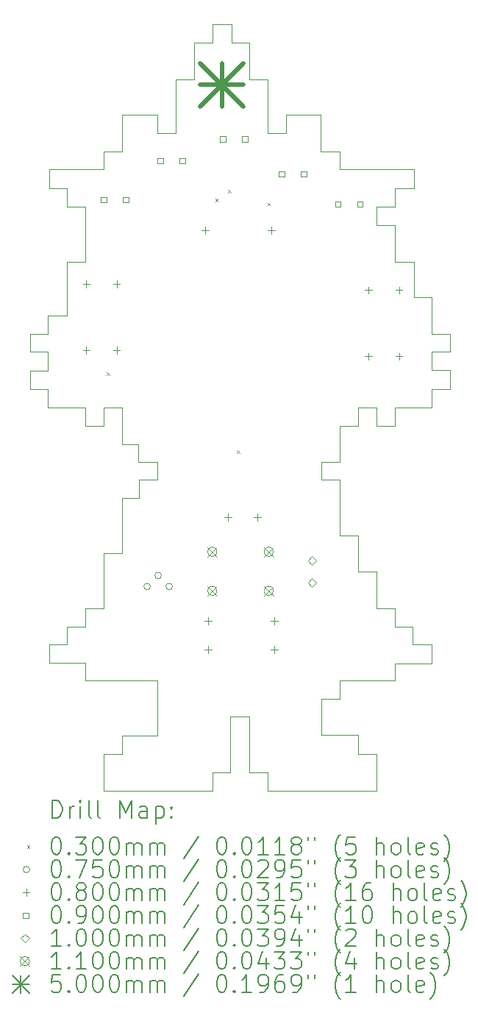
<source format=gbr>
%TF.GenerationSoftware,KiCad,Pcbnew,9.0.2*%
%TF.CreationDate,2025-06-14T15:29:11+03:00*%
%TF.ProjectId,glowsei,676c6f77-7365-4692-9e6b-696361645f70,rev?*%
%TF.SameCoordinates,Original*%
%TF.FileFunction,Drillmap*%
%TF.FilePolarity,Positive*%
%FSLAX45Y45*%
G04 Gerber Fmt 4.5, Leading zero omitted, Abs format (unit mm)*
G04 Created by KiCad (PCBNEW 9.0.2) date 2025-06-14 15:29:11*
%MOMM*%
%LPD*%
G01*
G04 APERTURE LIST*
%ADD10C,0.050000*%
%ADD11C,0.200000*%
%ADD12C,0.100000*%
%ADD13C,0.110000*%
%ADD14C,0.500000*%
G04 APERTURE END LIST*
D10*
X16840000Y-13630000D02*
X16840000Y-14050000D01*
X17480000Y-9640000D02*
X17050000Y-9640000D01*
X17480000Y-8790000D02*
X17690000Y-8790000D01*
X13910000Y-10060000D02*
X13910000Y-9640000D01*
X13700000Y-9640000D02*
X13700000Y-9850000D01*
X16630000Y-9850000D02*
X16420000Y-9850000D01*
X14740000Y-5440000D02*
X14950000Y-5440000D01*
X13060000Y-9000000D02*
X12850000Y-9000000D01*
X17270000Y-7120000D02*
X17050000Y-7120000D01*
X17050000Y-11950000D02*
X17050000Y-12160000D01*
X13910000Y-9640000D02*
X13700000Y-9640000D01*
X13700000Y-6690000D02*
X13910000Y-6690000D01*
X17690000Y-8790000D02*
X17690000Y-9000000D01*
X17690000Y-9430000D02*
X17480000Y-9430000D01*
X16200000Y-6690000D02*
X16420000Y-6690000D01*
X16840000Y-7330000D02*
X16840000Y-7540000D01*
X16840000Y-9640000D02*
X16630000Y-9640000D01*
X15160000Y-13200000D02*
X15160000Y-13840000D01*
X16630000Y-11530000D02*
X16840000Y-11530000D01*
X12850000Y-9000000D02*
X12850000Y-8790000D01*
X16210000Y-13210000D02*
X16210000Y-12990000D01*
X15590000Y-6480000D02*
X15800000Y-6480000D01*
X13280000Y-8580000D02*
X13280000Y-7960000D01*
X16630000Y-13630000D02*
X16840000Y-13630000D01*
X16630000Y-13410000D02*
X16630000Y-13630000D01*
X15380000Y-5860000D02*
X15590000Y-5860000D01*
X16210000Y-10470000D02*
X16420000Y-10470000D01*
X14110000Y-10470000D02*
X14320000Y-10470000D01*
X16420000Y-10470000D02*
X16420000Y-11110000D01*
X14320000Y-10470000D02*
X14320000Y-10270000D01*
X14100000Y-10060000D02*
X13910000Y-10060000D01*
X13490000Y-7330000D02*
X13280000Y-7330000D01*
X15590000Y-5860000D02*
X15590000Y-6480000D01*
X16840000Y-11950000D02*
X17050000Y-11950000D01*
X15590000Y-14050000D02*
X15590000Y-13840000D01*
X13910000Y-6270000D02*
X14320000Y-6270000D01*
X13060000Y-8580000D02*
X13280000Y-8580000D01*
X15160000Y-13840000D02*
X14950000Y-13840000D01*
X17480000Y-8370000D02*
X17480000Y-8790000D01*
X17050000Y-7120000D02*
X17050000Y-7330000D01*
X16210000Y-10270000D02*
X16210000Y-10470000D01*
X14320000Y-13420000D02*
X14320000Y-12780000D01*
X13060000Y-9430000D02*
X12850000Y-9430000D01*
X13280000Y-7960000D02*
X13490000Y-7960000D01*
X16630000Y-9640000D02*
X16630000Y-9850000D01*
X17050000Y-12160000D02*
X17260000Y-12160000D01*
X13700000Y-9850000D02*
X13490000Y-9850000D01*
X15380000Y-13840000D02*
X15380000Y-13200000D01*
X17260000Y-12370000D02*
X17480000Y-12370000D01*
X13490000Y-12580000D02*
X13070000Y-12580000D01*
X16630000Y-11110000D02*
X16630000Y-11530000D01*
X13070000Y-12370000D02*
X13280000Y-12370000D01*
X13490000Y-7960000D02*
X13490000Y-7330000D01*
X13910000Y-13420000D02*
X14320000Y-13420000D01*
X14950000Y-14050000D02*
X13700000Y-14050000D01*
X16200000Y-6270000D02*
X16200000Y-6690000D01*
X13910000Y-10680000D02*
X14110000Y-10680000D01*
X14740000Y-5860000D02*
X14740000Y-5440000D01*
X16420000Y-6900000D02*
X17270000Y-6900000D01*
X15590000Y-13840000D02*
X15380000Y-13840000D01*
X13060000Y-9220000D02*
X13060000Y-9000000D01*
X17690000Y-9210000D02*
X17690000Y-9430000D01*
X17480000Y-12370000D02*
X17480000Y-12590000D01*
X16840000Y-11530000D02*
X16840000Y-11950000D01*
X15170000Y-5440000D02*
X15380000Y-5440000D01*
X17050000Y-9850000D02*
X16840000Y-9850000D01*
X17480000Y-9430000D02*
X17480000Y-9640000D01*
X17050000Y-7960000D02*
X17270000Y-7960000D01*
X16210000Y-13410000D02*
X16630000Y-13410000D01*
X17050000Y-7330000D02*
X16840000Y-7330000D01*
X17480000Y-9000000D02*
X17480000Y-9210000D01*
X16840000Y-7540000D02*
X17050000Y-7540000D01*
X15380000Y-5440000D02*
X15380000Y-5860000D01*
X13070000Y-7120000D02*
X13070000Y-6900000D01*
X17690000Y-9000000D02*
X17480000Y-9000000D01*
X17050000Y-7540000D02*
X17050000Y-7960000D01*
X13060000Y-8790000D02*
X13060000Y-8580000D01*
X14530000Y-6480000D02*
X14530000Y-5860000D01*
X14950000Y-5230000D02*
X15170000Y-5230000D01*
X14320000Y-12780000D02*
X13490000Y-12780000D01*
X14320000Y-10270000D02*
X14100000Y-10270000D01*
X13700000Y-6900000D02*
X13700000Y-6690000D01*
X17480000Y-9210000D02*
X17690000Y-9210000D01*
X16840000Y-14050000D02*
X15590000Y-14050000D01*
X17270000Y-7960000D02*
X17270000Y-8370000D01*
X17050000Y-12780000D02*
X16420000Y-12780000D01*
X16420000Y-10270000D02*
X16210000Y-10270000D01*
X15380000Y-13200000D02*
X15160000Y-13200000D01*
X14320000Y-6270000D02*
X14320000Y-6480000D01*
X16840000Y-9850000D02*
X16840000Y-9640000D01*
X13700000Y-14050000D02*
X13700000Y-13630000D01*
X13910000Y-6690000D02*
X13910000Y-6270000D01*
X17260000Y-12160000D02*
X17260000Y-12370000D01*
X17270000Y-8370000D02*
X17480000Y-8370000D01*
X14110000Y-10680000D02*
X14110000Y-10470000D01*
X17050000Y-9640000D02*
X17050000Y-9850000D01*
X13700000Y-11320000D02*
X13910000Y-11320000D01*
X16420000Y-9850000D02*
X16420000Y-10270000D01*
X13280000Y-12160000D02*
X13490000Y-12160000D01*
X13490000Y-9640000D02*
X13060000Y-9640000D01*
X13700000Y-13630000D02*
X13910000Y-13630000D01*
X17480000Y-12590000D02*
X17050000Y-12590000D01*
X15170000Y-5230000D02*
X15170000Y-5440000D01*
X13490000Y-11950000D02*
X13700000Y-11950000D01*
X13700000Y-11950000D02*
X13700000Y-11320000D01*
X13490000Y-12160000D02*
X13490000Y-11950000D01*
X14950000Y-13840000D02*
X14950000Y-14050000D01*
X17050000Y-12590000D02*
X17050000Y-12780000D01*
X16210000Y-13210000D02*
X16210000Y-13410000D01*
X16420000Y-6690000D02*
X16420000Y-6900000D01*
X14950000Y-5440000D02*
X14950000Y-5230000D01*
X16420000Y-11110000D02*
X16630000Y-11110000D01*
X13490000Y-12780000D02*
X13490000Y-12580000D01*
X16420000Y-12780000D02*
X16420000Y-12990000D01*
X13280000Y-7330000D02*
X13280000Y-7120000D01*
X13910000Y-13630000D02*
X13910000Y-13420000D01*
X13060000Y-9640000D02*
X13060000Y-9430000D01*
X13070000Y-12580000D02*
X13070000Y-12370000D01*
X13280000Y-7120000D02*
X13070000Y-7120000D01*
X13280000Y-12370000D02*
X13280000Y-12160000D01*
X12850000Y-9220000D02*
X13060000Y-9220000D01*
X13910000Y-11320000D02*
X13910000Y-10680000D01*
X17270000Y-6900000D02*
X17270000Y-7120000D01*
X15800000Y-6480000D02*
X15800000Y-6270000D01*
X12850000Y-8790000D02*
X13060000Y-8790000D01*
X12850000Y-9220000D02*
X12850000Y-9430000D01*
X15800000Y-6270000D02*
X16200000Y-6270000D01*
X14320000Y-6480000D02*
X14530000Y-6480000D01*
X16210000Y-12990000D02*
X16420000Y-12990000D01*
X14100000Y-10270000D02*
X14100000Y-10060000D01*
X13490000Y-9850000D02*
X13490000Y-9640000D01*
X14530000Y-5860000D02*
X14740000Y-5860000D01*
X13070000Y-6900000D02*
X13700000Y-6900000D01*
D11*
D12*
X13735000Y-9235000D02*
X13765000Y-9265000D01*
X13765000Y-9235000D02*
X13735000Y-9265000D01*
X14985000Y-7235000D02*
X15015000Y-7265000D01*
X15015000Y-7235000D02*
X14985000Y-7265000D01*
X15135000Y-7135000D02*
X15165000Y-7165000D01*
X15165000Y-7135000D02*
X15135000Y-7165000D01*
X15235000Y-10135000D02*
X15265000Y-10165000D01*
X15265000Y-10135000D02*
X15235000Y-10165000D01*
X15585000Y-7285000D02*
X15615000Y-7315000D01*
X15615000Y-7285000D02*
X15585000Y-7315000D01*
X14237500Y-11700000D02*
G75*
G02*
X14162500Y-11700000I-37500J0D01*
G01*
X14162500Y-11700000D02*
G75*
G02*
X14237500Y-11700000I37500J0D01*
G01*
X14364500Y-11573000D02*
G75*
G02*
X14289500Y-11573000I-37500J0D01*
G01*
X14289500Y-11573000D02*
G75*
G02*
X14364500Y-11573000I37500J0D01*
G01*
X14491500Y-11700000D02*
G75*
G02*
X14416500Y-11700000I-37500J0D01*
G01*
X14416500Y-11700000D02*
G75*
G02*
X14491500Y-11700000I37500J0D01*
G01*
X13500000Y-8179000D02*
X13500000Y-8259000D01*
X13460000Y-8219000D02*
X13540000Y-8219000D01*
X13500000Y-8941000D02*
X13500000Y-9021000D01*
X13460000Y-8981000D02*
X13540000Y-8981000D01*
X13850000Y-8179000D02*
X13850000Y-8259000D01*
X13810000Y-8219000D02*
X13890000Y-8219000D01*
X13850000Y-8941000D02*
X13850000Y-9021000D01*
X13810000Y-8981000D02*
X13890000Y-8981000D01*
X14869000Y-7560000D02*
X14869000Y-7640000D01*
X14829000Y-7600000D02*
X14909000Y-7600000D01*
X14903000Y-12055000D02*
X14903000Y-12135000D01*
X14863000Y-12095000D02*
X14943000Y-12095000D01*
X14903000Y-12385000D02*
X14903000Y-12465000D01*
X14863000Y-12425000D02*
X14943000Y-12425000D01*
X15130000Y-10860000D02*
X15130000Y-10940000D01*
X15090000Y-10900000D02*
X15170000Y-10900000D01*
X15470000Y-10860000D02*
X15470000Y-10940000D01*
X15430000Y-10900000D02*
X15510000Y-10900000D01*
X15631000Y-7560000D02*
X15631000Y-7640000D01*
X15591000Y-7600000D02*
X15671000Y-7600000D01*
X15665000Y-12055000D02*
X15665000Y-12135000D01*
X15625000Y-12095000D02*
X15705000Y-12095000D01*
X15665000Y-12385000D02*
X15665000Y-12465000D01*
X15625000Y-12425000D02*
X15705000Y-12425000D01*
X16750000Y-8248000D02*
X16750000Y-8328000D01*
X16710000Y-8288000D02*
X16790000Y-8288000D01*
X16750000Y-9010000D02*
X16750000Y-9090000D01*
X16710000Y-9050000D02*
X16790000Y-9050000D01*
X17100000Y-8248000D02*
X17100000Y-8328000D01*
X17060000Y-8288000D02*
X17140000Y-8288000D01*
X17100000Y-9010000D02*
X17100000Y-9090000D01*
X17060000Y-9050000D02*
X17140000Y-9050000D01*
X13731820Y-7281820D02*
X13731820Y-7218180D01*
X13668180Y-7218180D01*
X13668180Y-7281820D01*
X13731820Y-7281820D01*
X13985820Y-7281820D02*
X13985820Y-7218180D01*
X13922180Y-7218180D01*
X13922180Y-7281820D01*
X13985820Y-7281820D01*
X14381820Y-6831820D02*
X14381820Y-6768180D01*
X14318180Y-6768180D01*
X14318180Y-6831820D01*
X14381820Y-6831820D01*
X14635820Y-6831820D02*
X14635820Y-6768180D01*
X14572180Y-6768180D01*
X14572180Y-6831820D01*
X14635820Y-6831820D01*
X15104320Y-6581820D02*
X15104320Y-6518180D01*
X15040680Y-6518180D01*
X15040680Y-6581820D01*
X15104320Y-6581820D01*
X15358320Y-6581820D02*
X15358320Y-6518180D01*
X15294680Y-6518180D01*
X15294680Y-6581820D01*
X15358320Y-6581820D01*
X15781820Y-6981820D02*
X15781820Y-6918180D01*
X15718180Y-6918180D01*
X15718180Y-6981820D01*
X15781820Y-6981820D01*
X16035820Y-6981820D02*
X16035820Y-6918180D01*
X15972180Y-6918180D01*
X15972180Y-6981820D01*
X16035820Y-6981820D01*
X16427820Y-7331820D02*
X16427820Y-7268180D01*
X16364180Y-7268180D01*
X16364180Y-7331820D01*
X16427820Y-7331820D01*
X16681820Y-7331820D02*
X16681820Y-7268180D01*
X16618180Y-7268180D01*
X16618180Y-7331820D01*
X16681820Y-7331820D01*
X16100000Y-11450000D02*
X16150000Y-11400000D01*
X16100000Y-11350000D01*
X16050000Y-11400000D01*
X16100000Y-11450000D01*
X16100000Y-11704000D02*
X16150000Y-11654000D01*
X16100000Y-11604000D01*
X16050000Y-11654000D01*
X16100000Y-11704000D01*
D13*
X14895000Y-11245000D02*
X15005000Y-11355000D01*
X15005000Y-11245000D02*
X14895000Y-11355000D01*
X15005000Y-11300000D02*
G75*
G02*
X14895000Y-11300000I-55000J0D01*
G01*
X14895000Y-11300000D02*
G75*
G02*
X15005000Y-11300000I55000J0D01*
G01*
X14895000Y-11695000D02*
X15005000Y-11805000D01*
X15005000Y-11695000D02*
X14895000Y-11805000D01*
X15005000Y-11750000D02*
G75*
G02*
X14895000Y-11750000I-55000J0D01*
G01*
X14895000Y-11750000D02*
G75*
G02*
X15005000Y-11750000I55000J0D01*
G01*
X15545000Y-11245000D02*
X15655000Y-11355000D01*
X15655000Y-11245000D02*
X15545000Y-11355000D01*
X15655000Y-11300000D02*
G75*
G02*
X15545000Y-11300000I-55000J0D01*
G01*
X15545000Y-11300000D02*
G75*
G02*
X15655000Y-11300000I55000J0D01*
G01*
X15545000Y-11695000D02*
X15655000Y-11805000D01*
X15655000Y-11695000D02*
X15545000Y-11805000D01*
X15655000Y-11750000D02*
G75*
G02*
X15545000Y-11750000I-55000J0D01*
G01*
X15545000Y-11750000D02*
G75*
G02*
X15655000Y-11750000I55000J0D01*
G01*
D14*
X14810000Y-5675000D02*
X15310000Y-6175000D01*
X15310000Y-5675000D02*
X14810000Y-6175000D01*
X15060000Y-5675000D02*
X15060000Y-6175000D01*
X14810000Y-5925000D02*
X15310000Y-5925000D01*
D11*
X13108277Y-14363984D02*
X13108277Y-14163984D01*
X13108277Y-14163984D02*
X13155896Y-14163984D01*
X13155896Y-14163984D02*
X13184467Y-14173508D01*
X13184467Y-14173508D02*
X13203515Y-14192555D01*
X13203515Y-14192555D02*
X13213039Y-14211603D01*
X13213039Y-14211603D02*
X13222562Y-14249698D01*
X13222562Y-14249698D02*
X13222562Y-14278269D01*
X13222562Y-14278269D02*
X13213039Y-14316365D01*
X13213039Y-14316365D02*
X13203515Y-14335412D01*
X13203515Y-14335412D02*
X13184467Y-14354460D01*
X13184467Y-14354460D02*
X13155896Y-14363984D01*
X13155896Y-14363984D02*
X13108277Y-14363984D01*
X13308277Y-14363984D02*
X13308277Y-14230650D01*
X13308277Y-14268746D02*
X13317801Y-14249698D01*
X13317801Y-14249698D02*
X13327324Y-14240174D01*
X13327324Y-14240174D02*
X13346372Y-14230650D01*
X13346372Y-14230650D02*
X13365420Y-14230650D01*
X13432086Y-14363984D02*
X13432086Y-14230650D01*
X13432086Y-14163984D02*
X13422562Y-14173508D01*
X13422562Y-14173508D02*
X13432086Y-14183031D01*
X13432086Y-14183031D02*
X13441610Y-14173508D01*
X13441610Y-14173508D02*
X13432086Y-14163984D01*
X13432086Y-14163984D02*
X13432086Y-14183031D01*
X13555896Y-14363984D02*
X13536848Y-14354460D01*
X13536848Y-14354460D02*
X13527324Y-14335412D01*
X13527324Y-14335412D02*
X13527324Y-14163984D01*
X13660658Y-14363984D02*
X13641610Y-14354460D01*
X13641610Y-14354460D02*
X13632086Y-14335412D01*
X13632086Y-14335412D02*
X13632086Y-14163984D01*
X13889229Y-14363984D02*
X13889229Y-14163984D01*
X13889229Y-14163984D02*
X13955896Y-14306841D01*
X13955896Y-14306841D02*
X14022562Y-14163984D01*
X14022562Y-14163984D02*
X14022562Y-14363984D01*
X14203515Y-14363984D02*
X14203515Y-14259222D01*
X14203515Y-14259222D02*
X14193991Y-14240174D01*
X14193991Y-14240174D02*
X14174943Y-14230650D01*
X14174943Y-14230650D02*
X14136848Y-14230650D01*
X14136848Y-14230650D02*
X14117801Y-14240174D01*
X14203515Y-14354460D02*
X14184467Y-14363984D01*
X14184467Y-14363984D02*
X14136848Y-14363984D01*
X14136848Y-14363984D02*
X14117801Y-14354460D01*
X14117801Y-14354460D02*
X14108277Y-14335412D01*
X14108277Y-14335412D02*
X14108277Y-14316365D01*
X14108277Y-14316365D02*
X14117801Y-14297317D01*
X14117801Y-14297317D02*
X14136848Y-14287793D01*
X14136848Y-14287793D02*
X14184467Y-14287793D01*
X14184467Y-14287793D02*
X14203515Y-14278269D01*
X14298753Y-14230650D02*
X14298753Y-14430650D01*
X14298753Y-14240174D02*
X14317801Y-14230650D01*
X14317801Y-14230650D02*
X14355896Y-14230650D01*
X14355896Y-14230650D02*
X14374943Y-14240174D01*
X14374943Y-14240174D02*
X14384467Y-14249698D01*
X14384467Y-14249698D02*
X14393991Y-14268746D01*
X14393991Y-14268746D02*
X14393991Y-14325888D01*
X14393991Y-14325888D02*
X14384467Y-14344936D01*
X14384467Y-14344936D02*
X14374943Y-14354460D01*
X14374943Y-14354460D02*
X14355896Y-14363984D01*
X14355896Y-14363984D02*
X14317801Y-14363984D01*
X14317801Y-14363984D02*
X14298753Y-14354460D01*
X14479705Y-14344936D02*
X14489229Y-14354460D01*
X14489229Y-14354460D02*
X14479705Y-14363984D01*
X14479705Y-14363984D02*
X14470182Y-14354460D01*
X14470182Y-14354460D02*
X14479705Y-14344936D01*
X14479705Y-14344936D02*
X14479705Y-14363984D01*
X14479705Y-14240174D02*
X14489229Y-14249698D01*
X14489229Y-14249698D02*
X14479705Y-14259222D01*
X14479705Y-14259222D02*
X14470182Y-14249698D01*
X14470182Y-14249698D02*
X14479705Y-14240174D01*
X14479705Y-14240174D02*
X14479705Y-14259222D01*
D12*
X12817500Y-14677500D02*
X12847500Y-14707500D01*
X12847500Y-14677500D02*
X12817500Y-14707500D01*
D11*
X13146372Y-14583984D02*
X13165420Y-14583984D01*
X13165420Y-14583984D02*
X13184467Y-14593508D01*
X13184467Y-14593508D02*
X13193991Y-14603031D01*
X13193991Y-14603031D02*
X13203515Y-14622079D01*
X13203515Y-14622079D02*
X13213039Y-14660174D01*
X13213039Y-14660174D02*
X13213039Y-14707793D01*
X13213039Y-14707793D02*
X13203515Y-14745888D01*
X13203515Y-14745888D02*
X13193991Y-14764936D01*
X13193991Y-14764936D02*
X13184467Y-14774460D01*
X13184467Y-14774460D02*
X13165420Y-14783984D01*
X13165420Y-14783984D02*
X13146372Y-14783984D01*
X13146372Y-14783984D02*
X13127324Y-14774460D01*
X13127324Y-14774460D02*
X13117801Y-14764936D01*
X13117801Y-14764936D02*
X13108277Y-14745888D01*
X13108277Y-14745888D02*
X13098753Y-14707793D01*
X13098753Y-14707793D02*
X13098753Y-14660174D01*
X13098753Y-14660174D02*
X13108277Y-14622079D01*
X13108277Y-14622079D02*
X13117801Y-14603031D01*
X13117801Y-14603031D02*
X13127324Y-14593508D01*
X13127324Y-14593508D02*
X13146372Y-14583984D01*
X13298753Y-14764936D02*
X13308277Y-14774460D01*
X13308277Y-14774460D02*
X13298753Y-14783984D01*
X13298753Y-14783984D02*
X13289229Y-14774460D01*
X13289229Y-14774460D02*
X13298753Y-14764936D01*
X13298753Y-14764936D02*
X13298753Y-14783984D01*
X13374943Y-14583984D02*
X13498753Y-14583984D01*
X13498753Y-14583984D02*
X13432086Y-14660174D01*
X13432086Y-14660174D02*
X13460658Y-14660174D01*
X13460658Y-14660174D02*
X13479705Y-14669698D01*
X13479705Y-14669698D02*
X13489229Y-14679222D01*
X13489229Y-14679222D02*
X13498753Y-14698269D01*
X13498753Y-14698269D02*
X13498753Y-14745888D01*
X13498753Y-14745888D02*
X13489229Y-14764936D01*
X13489229Y-14764936D02*
X13479705Y-14774460D01*
X13479705Y-14774460D02*
X13460658Y-14783984D01*
X13460658Y-14783984D02*
X13403515Y-14783984D01*
X13403515Y-14783984D02*
X13384467Y-14774460D01*
X13384467Y-14774460D02*
X13374943Y-14764936D01*
X13622562Y-14583984D02*
X13641610Y-14583984D01*
X13641610Y-14583984D02*
X13660658Y-14593508D01*
X13660658Y-14593508D02*
X13670182Y-14603031D01*
X13670182Y-14603031D02*
X13679705Y-14622079D01*
X13679705Y-14622079D02*
X13689229Y-14660174D01*
X13689229Y-14660174D02*
X13689229Y-14707793D01*
X13689229Y-14707793D02*
X13679705Y-14745888D01*
X13679705Y-14745888D02*
X13670182Y-14764936D01*
X13670182Y-14764936D02*
X13660658Y-14774460D01*
X13660658Y-14774460D02*
X13641610Y-14783984D01*
X13641610Y-14783984D02*
X13622562Y-14783984D01*
X13622562Y-14783984D02*
X13603515Y-14774460D01*
X13603515Y-14774460D02*
X13593991Y-14764936D01*
X13593991Y-14764936D02*
X13584467Y-14745888D01*
X13584467Y-14745888D02*
X13574943Y-14707793D01*
X13574943Y-14707793D02*
X13574943Y-14660174D01*
X13574943Y-14660174D02*
X13584467Y-14622079D01*
X13584467Y-14622079D02*
X13593991Y-14603031D01*
X13593991Y-14603031D02*
X13603515Y-14593508D01*
X13603515Y-14593508D02*
X13622562Y-14583984D01*
X13813039Y-14583984D02*
X13832086Y-14583984D01*
X13832086Y-14583984D02*
X13851134Y-14593508D01*
X13851134Y-14593508D02*
X13860658Y-14603031D01*
X13860658Y-14603031D02*
X13870182Y-14622079D01*
X13870182Y-14622079D02*
X13879705Y-14660174D01*
X13879705Y-14660174D02*
X13879705Y-14707793D01*
X13879705Y-14707793D02*
X13870182Y-14745888D01*
X13870182Y-14745888D02*
X13860658Y-14764936D01*
X13860658Y-14764936D02*
X13851134Y-14774460D01*
X13851134Y-14774460D02*
X13832086Y-14783984D01*
X13832086Y-14783984D02*
X13813039Y-14783984D01*
X13813039Y-14783984D02*
X13793991Y-14774460D01*
X13793991Y-14774460D02*
X13784467Y-14764936D01*
X13784467Y-14764936D02*
X13774943Y-14745888D01*
X13774943Y-14745888D02*
X13765420Y-14707793D01*
X13765420Y-14707793D02*
X13765420Y-14660174D01*
X13765420Y-14660174D02*
X13774943Y-14622079D01*
X13774943Y-14622079D02*
X13784467Y-14603031D01*
X13784467Y-14603031D02*
X13793991Y-14593508D01*
X13793991Y-14593508D02*
X13813039Y-14583984D01*
X13965420Y-14783984D02*
X13965420Y-14650650D01*
X13965420Y-14669698D02*
X13974943Y-14660174D01*
X13974943Y-14660174D02*
X13993991Y-14650650D01*
X13993991Y-14650650D02*
X14022563Y-14650650D01*
X14022563Y-14650650D02*
X14041610Y-14660174D01*
X14041610Y-14660174D02*
X14051134Y-14679222D01*
X14051134Y-14679222D02*
X14051134Y-14783984D01*
X14051134Y-14679222D02*
X14060658Y-14660174D01*
X14060658Y-14660174D02*
X14079705Y-14650650D01*
X14079705Y-14650650D02*
X14108277Y-14650650D01*
X14108277Y-14650650D02*
X14127324Y-14660174D01*
X14127324Y-14660174D02*
X14136848Y-14679222D01*
X14136848Y-14679222D02*
X14136848Y-14783984D01*
X14232086Y-14783984D02*
X14232086Y-14650650D01*
X14232086Y-14669698D02*
X14241610Y-14660174D01*
X14241610Y-14660174D02*
X14260658Y-14650650D01*
X14260658Y-14650650D02*
X14289229Y-14650650D01*
X14289229Y-14650650D02*
X14308277Y-14660174D01*
X14308277Y-14660174D02*
X14317801Y-14679222D01*
X14317801Y-14679222D02*
X14317801Y-14783984D01*
X14317801Y-14679222D02*
X14327324Y-14660174D01*
X14327324Y-14660174D02*
X14346372Y-14650650D01*
X14346372Y-14650650D02*
X14374943Y-14650650D01*
X14374943Y-14650650D02*
X14393991Y-14660174D01*
X14393991Y-14660174D02*
X14403515Y-14679222D01*
X14403515Y-14679222D02*
X14403515Y-14783984D01*
X14793991Y-14574460D02*
X14622563Y-14831603D01*
X15051134Y-14583984D02*
X15070182Y-14583984D01*
X15070182Y-14583984D02*
X15089229Y-14593508D01*
X15089229Y-14593508D02*
X15098753Y-14603031D01*
X15098753Y-14603031D02*
X15108277Y-14622079D01*
X15108277Y-14622079D02*
X15117801Y-14660174D01*
X15117801Y-14660174D02*
X15117801Y-14707793D01*
X15117801Y-14707793D02*
X15108277Y-14745888D01*
X15108277Y-14745888D02*
X15098753Y-14764936D01*
X15098753Y-14764936D02*
X15089229Y-14774460D01*
X15089229Y-14774460D02*
X15070182Y-14783984D01*
X15070182Y-14783984D02*
X15051134Y-14783984D01*
X15051134Y-14783984D02*
X15032086Y-14774460D01*
X15032086Y-14774460D02*
X15022563Y-14764936D01*
X15022563Y-14764936D02*
X15013039Y-14745888D01*
X15013039Y-14745888D02*
X15003515Y-14707793D01*
X15003515Y-14707793D02*
X15003515Y-14660174D01*
X15003515Y-14660174D02*
X15013039Y-14622079D01*
X15013039Y-14622079D02*
X15022563Y-14603031D01*
X15022563Y-14603031D02*
X15032086Y-14593508D01*
X15032086Y-14593508D02*
X15051134Y-14583984D01*
X15203515Y-14764936D02*
X15213039Y-14774460D01*
X15213039Y-14774460D02*
X15203515Y-14783984D01*
X15203515Y-14783984D02*
X15193991Y-14774460D01*
X15193991Y-14774460D02*
X15203515Y-14764936D01*
X15203515Y-14764936D02*
X15203515Y-14783984D01*
X15336848Y-14583984D02*
X15355896Y-14583984D01*
X15355896Y-14583984D02*
X15374944Y-14593508D01*
X15374944Y-14593508D02*
X15384467Y-14603031D01*
X15384467Y-14603031D02*
X15393991Y-14622079D01*
X15393991Y-14622079D02*
X15403515Y-14660174D01*
X15403515Y-14660174D02*
X15403515Y-14707793D01*
X15403515Y-14707793D02*
X15393991Y-14745888D01*
X15393991Y-14745888D02*
X15384467Y-14764936D01*
X15384467Y-14764936D02*
X15374944Y-14774460D01*
X15374944Y-14774460D02*
X15355896Y-14783984D01*
X15355896Y-14783984D02*
X15336848Y-14783984D01*
X15336848Y-14783984D02*
X15317801Y-14774460D01*
X15317801Y-14774460D02*
X15308277Y-14764936D01*
X15308277Y-14764936D02*
X15298753Y-14745888D01*
X15298753Y-14745888D02*
X15289229Y-14707793D01*
X15289229Y-14707793D02*
X15289229Y-14660174D01*
X15289229Y-14660174D02*
X15298753Y-14622079D01*
X15298753Y-14622079D02*
X15308277Y-14603031D01*
X15308277Y-14603031D02*
X15317801Y-14593508D01*
X15317801Y-14593508D02*
X15336848Y-14583984D01*
X15593991Y-14783984D02*
X15479706Y-14783984D01*
X15536848Y-14783984D02*
X15536848Y-14583984D01*
X15536848Y-14583984D02*
X15517801Y-14612555D01*
X15517801Y-14612555D02*
X15498753Y-14631603D01*
X15498753Y-14631603D02*
X15479706Y-14641127D01*
X15784467Y-14783984D02*
X15670182Y-14783984D01*
X15727325Y-14783984D02*
X15727325Y-14583984D01*
X15727325Y-14583984D02*
X15708277Y-14612555D01*
X15708277Y-14612555D02*
X15689229Y-14631603D01*
X15689229Y-14631603D02*
X15670182Y-14641127D01*
X15898753Y-14669698D02*
X15879706Y-14660174D01*
X15879706Y-14660174D02*
X15870182Y-14650650D01*
X15870182Y-14650650D02*
X15860658Y-14631603D01*
X15860658Y-14631603D02*
X15860658Y-14622079D01*
X15860658Y-14622079D02*
X15870182Y-14603031D01*
X15870182Y-14603031D02*
X15879706Y-14593508D01*
X15879706Y-14593508D02*
X15898753Y-14583984D01*
X15898753Y-14583984D02*
X15936848Y-14583984D01*
X15936848Y-14583984D02*
X15955896Y-14593508D01*
X15955896Y-14593508D02*
X15965420Y-14603031D01*
X15965420Y-14603031D02*
X15974944Y-14622079D01*
X15974944Y-14622079D02*
X15974944Y-14631603D01*
X15974944Y-14631603D02*
X15965420Y-14650650D01*
X15965420Y-14650650D02*
X15955896Y-14660174D01*
X15955896Y-14660174D02*
X15936848Y-14669698D01*
X15936848Y-14669698D02*
X15898753Y-14669698D01*
X15898753Y-14669698D02*
X15879706Y-14679222D01*
X15879706Y-14679222D02*
X15870182Y-14688746D01*
X15870182Y-14688746D02*
X15860658Y-14707793D01*
X15860658Y-14707793D02*
X15860658Y-14745888D01*
X15860658Y-14745888D02*
X15870182Y-14764936D01*
X15870182Y-14764936D02*
X15879706Y-14774460D01*
X15879706Y-14774460D02*
X15898753Y-14783984D01*
X15898753Y-14783984D02*
X15936848Y-14783984D01*
X15936848Y-14783984D02*
X15955896Y-14774460D01*
X15955896Y-14774460D02*
X15965420Y-14764936D01*
X15965420Y-14764936D02*
X15974944Y-14745888D01*
X15974944Y-14745888D02*
X15974944Y-14707793D01*
X15974944Y-14707793D02*
X15965420Y-14688746D01*
X15965420Y-14688746D02*
X15955896Y-14679222D01*
X15955896Y-14679222D02*
X15936848Y-14669698D01*
X16051134Y-14583984D02*
X16051134Y-14622079D01*
X16127325Y-14583984D02*
X16127325Y-14622079D01*
X16422563Y-14860174D02*
X16413039Y-14850650D01*
X16413039Y-14850650D02*
X16393991Y-14822079D01*
X16393991Y-14822079D02*
X16384468Y-14803031D01*
X16384468Y-14803031D02*
X16374944Y-14774460D01*
X16374944Y-14774460D02*
X16365420Y-14726841D01*
X16365420Y-14726841D02*
X16365420Y-14688746D01*
X16365420Y-14688746D02*
X16374944Y-14641127D01*
X16374944Y-14641127D02*
X16384468Y-14612555D01*
X16384468Y-14612555D02*
X16393991Y-14593508D01*
X16393991Y-14593508D02*
X16413039Y-14564936D01*
X16413039Y-14564936D02*
X16422563Y-14555412D01*
X16593991Y-14583984D02*
X16498753Y-14583984D01*
X16498753Y-14583984D02*
X16489229Y-14679222D01*
X16489229Y-14679222D02*
X16498753Y-14669698D01*
X16498753Y-14669698D02*
X16517801Y-14660174D01*
X16517801Y-14660174D02*
X16565420Y-14660174D01*
X16565420Y-14660174D02*
X16584468Y-14669698D01*
X16584468Y-14669698D02*
X16593991Y-14679222D01*
X16593991Y-14679222D02*
X16603515Y-14698269D01*
X16603515Y-14698269D02*
X16603515Y-14745888D01*
X16603515Y-14745888D02*
X16593991Y-14764936D01*
X16593991Y-14764936D02*
X16584468Y-14774460D01*
X16584468Y-14774460D02*
X16565420Y-14783984D01*
X16565420Y-14783984D02*
X16517801Y-14783984D01*
X16517801Y-14783984D02*
X16498753Y-14774460D01*
X16498753Y-14774460D02*
X16489229Y-14764936D01*
X16841611Y-14783984D02*
X16841611Y-14583984D01*
X16927325Y-14783984D02*
X16927325Y-14679222D01*
X16927325Y-14679222D02*
X16917801Y-14660174D01*
X16917801Y-14660174D02*
X16898753Y-14650650D01*
X16898753Y-14650650D02*
X16870182Y-14650650D01*
X16870182Y-14650650D02*
X16851134Y-14660174D01*
X16851134Y-14660174D02*
X16841611Y-14669698D01*
X17051134Y-14783984D02*
X17032087Y-14774460D01*
X17032087Y-14774460D02*
X17022563Y-14764936D01*
X17022563Y-14764936D02*
X17013039Y-14745888D01*
X17013039Y-14745888D02*
X17013039Y-14688746D01*
X17013039Y-14688746D02*
X17022563Y-14669698D01*
X17022563Y-14669698D02*
X17032087Y-14660174D01*
X17032087Y-14660174D02*
X17051134Y-14650650D01*
X17051134Y-14650650D02*
X17079706Y-14650650D01*
X17079706Y-14650650D02*
X17098753Y-14660174D01*
X17098753Y-14660174D02*
X17108277Y-14669698D01*
X17108277Y-14669698D02*
X17117801Y-14688746D01*
X17117801Y-14688746D02*
X17117801Y-14745888D01*
X17117801Y-14745888D02*
X17108277Y-14764936D01*
X17108277Y-14764936D02*
X17098753Y-14774460D01*
X17098753Y-14774460D02*
X17079706Y-14783984D01*
X17079706Y-14783984D02*
X17051134Y-14783984D01*
X17232087Y-14783984D02*
X17213039Y-14774460D01*
X17213039Y-14774460D02*
X17203515Y-14755412D01*
X17203515Y-14755412D02*
X17203515Y-14583984D01*
X17384468Y-14774460D02*
X17365420Y-14783984D01*
X17365420Y-14783984D02*
X17327325Y-14783984D01*
X17327325Y-14783984D02*
X17308277Y-14774460D01*
X17308277Y-14774460D02*
X17298753Y-14755412D01*
X17298753Y-14755412D02*
X17298753Y-14679222D01*
X17298753Y-14679222D02*
X17308277Y-14660174D01*
X17308277Y-14660174D02*
X17327325Y-14650650D01*
X17327325Y-14650650D02*
X17365420Y-14650650D01*
X17365420Y-14650650D02*
X17384468Y-14660174D01*
X17384468Y-14660174D02*
X17393992Y-14679222D01*
X17393992Y-14679222D02*
X17393992Y-14698269D01*
X17393992Y-14698269D02*
X17298753Y-14717317D01*
X17470182Y-14774460D02*
X17489230Y-14783984D01*
X17489230Y-14783984D02*
X17527325Y-14783984D01*
X17527325Y-14783984D02*
X17546373Y-14774460D01*
X17546373Y-14774460D02*
X17555896Y-14755412D01*
X17555896Y-14755412D02*
X17555896Y-14745888D01*
X17555896Y-14745888D02*
X17546373Y-14726841D01*
X17546373Y-14726841D02*
X17527325Y-14717317D01*
X17527325Y-14717317D02*
X17498753Y-14717317D01*
X17498753Y-14717317D02*
X17479706Y-14707793D01*
X17479706Y-14707793D02*
X17470182Y-14688746D01*
X17470182Y-14688746D02*
X17470182Y-14679222D01*
X17470182Y-14679222D02*
X17479706Y-14660174D01*
X17479706Y-14660174D02*
X17498753Y-14650650D01*
X17498753Y-14650650D02*
X17527325Y-14650650D01*
X17527325Y-14650650D02*
X17546373Y-14660174D01*
X17622563Y-14860174D02*
X17632087Y-14850650D01*
X17632087Y-14850650D02*
X17651134Y-14822079D01*
X17651134Y-14822079D02*
X17660658Y-14803031D01*
X17660658Y-14803031D02*
X17670182Y-14774460D01*
X17670182Y-14774460D02*
X17679706Y-14726841D01*
X17679706Y-14726841D02*
X17679706Y-14688746D01*
X17679706Y-14688746D02*
X17670182Y-14641127D01*
X17670182Y-14641127D02*
X17660658Y-14612555D01*
X17660658Y-14612555D02*
X17651134Y-14593508D01*
X17651134Y-14593508D02*
X17632087Y-14564936D01*
X17632087Y-14564936D02*
X17622563Y-14555412D01*
D12*
X12847500Y-14956500D02*
G75*
G02*
X12772500Y-14956500I-37500J0D01*
G01*
X12772500Y-14956500D02*
G75*
G02*
X12847500Y-14956500I37500J0D01*
G01*
D11*
X13146372Y-14847984D02*
X13165420Y-14847984D01*
X13165420Y-14847984D02*
X13184467Y-14857508D01*
X13184467Y-14857508D02*
X13193991Y-14867031D01*
X13193991Y-14867031D02*
X13203515Y-14886079D01*
X13203515Y-14886079D02*
X13213039Y-14924174D01*
X13213039Y-14924174D02*
X13213039Y-14971793D01*
X13213039Y-14971793D02*
X13203515Y-15009888D01*
X13203515Y-15009888D02*
X13193991Y-15028936D01*
X13193991Y-15028936D02*
X13184467Y-15038460D01*
X13184467Y-15038460D02*
X13165420Y-15047984D01*
X13165420Y-15047984D02*
X13146372Y-15047984D01*
X13146372Y-15047984D02*
X13127324Y-15038460D01*
X13127324Y-15038460D02*
X13117801Y-15028936D01*
X13117801Y-15028936D02*
X13108277Y-15009888D01*
X13108277Y-15009888D02*
X13098753Y-14971793D01*
X13098753Y-14971793D02*
X13098753Y-14924174D01*
X13098753Y-14924174D02*
X13108277Y-14886079D01*
X13108277Y-14886079D02*
X13117801Y-14867031D01*
X13117801Y-14867031D02*
X13127324Y-14857508D01*
X13127324Y-14857508D02*
X13146372Y-14847984D01*
X13298753Y-15028936D02*
X13308277Y-15038460D01*
X13308277Y-15038460D02*
X13298753Y-15047984D01*
X13298753Y-15047984D02*
X13289229Y-15038460D01*
X13289229Y-15038460D02*
X13298753Y-15028936D01*
X13298753Y-15028936D02*
X13298753Y-15047984D01*
X13374943Y-14847984D02*
X13508277Y-14847984D01*
X13508277Y-14847984D02*
X13422562Y-15047984D01*
X13679705Y-14847984D02*
X13584467Y-14847984D01*
X13584467Y-14847984D02*
X13574943Y-14943222D01*
X13574943Y-14943222D02*
X13584467Y-14933698D01*
X13584467Y-14933698D02*
X13603515Y-14924174D01*
X13603515Y-14924174D02*
X13651134Y-14924174D01*
X13651134Y-14924174D02*
X13670182Y-14933698D01*
X13670182Y-14933698D02*
X13679705Y-14943222D01*
X13679705Y-14943222D02*
X13689229Y-14962269D01*
X13689229Y-14962269D02*
X13689229Y-15009888D01*
X13689229Y-15009888D02*
X13679705Y-15028936D01*
X13679705Y-15028936D02*
X13670182Y-15038460D01*
X13670182Y-15038460D02*
X13651134Y-15047984D01*
X13651134Y-15047984D02*
X13603515Y-15047984D01*
X13603515Y-15047984D02*
X13584467Y-15038460D01*
X13584467Y-15038460D02*
X13574943Y-15028936D01*
X13813039Y-14847984D02*
X13832086Y-14847984D01*
X13832086Y-14847984D02*
X13851134Y-14857508D01*
X13851134Y-14857508D02*
X13860658Y-14867031D01*
X13860658Y-14867031D02*
X13870182Y-14886079D01*
X13870182Y-14886079D02*
X13879705Y-14924174D01*
X13879705Y-14924174D02*
X13879705Y-14971793D01*
X13879705Y-14971793D02*
X13870182Y-15009888D01*
X13870182Y-15009888D02*
X13860658Y-15028936D01*
X13860658Y-15028936D02*
X13851134Y-15038460D01*
X13851134Y-15038460D02*
X13832086Y-15047984D01*
X13832086Y-15047984D02*
X13813039Y-15047984D01*
X13813039Y-15047984D02*
X13793991Y-15038460D01*
X13793991Y-15038460D02*
X13784467Y-15028936D01*
X13784467Y-15028936D02*
X13774943Y-15009888D01*
X13774943Y-15009888D02*
X13765420Y-14971793D01*
X13765420Y-14971793D02*
X13765420Y-14924174D01*
X13765420Y-14924174D02*
X13774943Y-14886079D01*
X13774943Y-14886079D02*
X13784467Y-14867031D01*
X13784467Y-14867031D02*
X13793991Y-14857508D01*
X13793991Y-14857508D02*
X13813039Y-14847984D01*
X13965420Y-15047984D02*
X13965420Y-14914650D01*
X13965420Y-14933698D02*
X13974943Y-14924174D01*
X13974943Y-14924174D02*
X13993991Y-14914650D01*
X13993991Y-14914650D02*
X14022563Y-14914650D01*
X14022563Y-14914650D02*
X14041610Y-14924174D01*
X14041610Y-14924174D02*
X14051134Y-14943222D01*
X14051134Y-14943222D02*
X14051134Y-15047984D01*
X14051134Y-14943222D02*
X14060658Y-14924174D01*
X14060658Y-14924174D02*
X14079705Y-14914650D01*
X14079705Y-14914650D02*
X14108277Y-14914650D01*
X14108277Y-14914650D02*
X14127324Y-14924174D01*
X14127324Y-14924174D02*
X14136848Y-14943222D01*
X14136848Y-14943222D02*
X14136848Y-15047984D01*
X14232086Y-15047984D02*
X14232086Y-14914650D01*
X14232086Y-14933698D02*
X14241610Y-14924174D01*
X14241610Y-14924174D02*
X14260658Y-14914650D01*
X14260658Y-14914650D02*
X14289229Y-14914650D01*
X14289229Y-14914650D02*
X14308277Y-14924174D01*
X14308277Y-14924174D02*
X14317801Y-14943222D01*
X14317801Y-14943222D02*
X14317801Y-15047984D01*
X14317801Y-14943222D02*
X14327324Y-14924174D01*
X14327324Y-14924174D02*
X14346372Y-14914650D01*
X14346372Y-14914650D02*
X14374943Y-14914650D01*
X14374943Y-14914650D02*
X14393991Y-14924174D01*
X14393991Y-14924174D02*
X14403515Y-14943222D01*
X14403515Y-14943222D02*
X14403515Y-15047984D01*
X14793991Y-14838460D02*
X14622563Y-15095603D01*
X15051134Y-14847984D02*
X15070182Y-14847984D01*
X15070182Y-14847984D02*
X15089229Y-14857508D01*
X15089229Y-14857508D02*
X15098753Y-14867031D01*
X15098753Y-14867031D02*
X15108277Y-14886079D01*
X15108277Y-14886079D02*
X15117801Y-14924174D01*
X15117801Y-14924174D02*
X15117801Y-14971793D01*
X15117801Y-14971793D02*
X15108277Y-15009888D01*
X15108277Y-15009888D02*
X15098753Y-15028936D01*
X15098753Y-15028936D02*
X15089229Y-15038460D01*
X15089229Y-15038460D02*
X15070182Y-15047984D01*
X15070182Y-15047984D02*
X15051134Y-15047984D01*
X15051134Y-15047984D02*
X15032086Y-15038460D01*
X15032086Y-15038460D02*
X15022563Y-15028936D01*
X15022563Y-15028936D02*
X15013039Y-15009888D01*
X15013039Y-15009888D02*
X15003515Y-14971793D01*
X15003515Y-14971793D02*
X15003515Y-14924174D01*
X15003515Y-14924174D02*
X15013039Y-14886079D01*
X15013039Y-14886079D02*
X15022563Y-14867031D01*
X15022563Y-14867031D02*
X15032086Y-14857508D01*
X15032086Y-14857508D02*
X15051134Y-14847984D01*
X15203515Y-15028936D02*
X15213039Y-15038460D01*
X15213039Y-15038460D02*
X15203515Y-15047984D01*
X15203515Y-15047984D02*
X15193991Y-15038460D01*
X15193991Y-15038460D02*
X15203515Y-15028936D01*
X15203515Y-15028936D02*
X15203515Y-15047984D01*
X15336848Y-14847984D02*
X15355896Y-14847984D01*
X15355896Y-14847984D02*
X15374944Y-14857508D01*
X15374944Y-14857508D02*
X15384467Y-14867031D01*
X15384467Y-14867031D02*
X15393991Y-14886079D01*
X15393991Y-14886079D02*
X15403515Y-14924174D01*
X15403515Y-14924174D02*
X15403515Y-14971793D01*
X15403515Y-14971793D02*
X15393991Y-15009888D01*
X15393991Y-15009888D02*
X15384467Y-15028936D01*
X15384467Y-15028936D02*
X15374944Y-15038460D01*
X15374944Y-15038460D02*
X15355896Y-15047984D01*
X15355896Y-15047984D02*
X15336848Y-15047984D01*
X15336848Y-15047984D02*
X15317801Y-15038460D01*
X15317801Y-15038460D02*
X15308277Y-15028936D01*
X15308277Y-15028936D02*
X15298753Y-15009888D01*
X15298753Y-15009888D02*
X15289229Y-14971793D01*
X15289229Y-14971793D02*
X15289229Y-14924174D01*
X15289229Y-14924174D02*
X15298753Y-14886079D01*
X15298753Y-14886079D02*
X15308277Y-14867031D01*
X15308277Y-14867031D02*
X15317801Y-14857508D01*
X15317801Y-14857508D02*
X15336848Y-14847984D01*
X15479706Y-14867031D02*
X15489229Y-14857508D01*
X15489229Y-14857508D02*
X15508277Y-14847984D01*
X15508277Y-14847984D02*
X15555896Y-14847984D01*
X15555896Y-14847984D02*
X15574944Y-14857508D01*
X15574944Y-14857508D02*
X15584467Y-14867031D01*
X15584467Y-14867031D02*
X15593991Y-14886079D01*
X15593991Y-14886079D02*
X15593991Y-14905127D01*
X15593991Y-14905127D02*
X15584467Y-14933698D01*
X15584467Y-14933698D02*
X15470182Y-15047984D01*
X15470182Y-15047984D02*
X15593991Y-15047984D01*
X15689229Y-15047984D02*
X15727325Y-15047984D01*
X15727325Y-15047984D02*
X15746372Y-15038460D01*
X15746372Y-15038460D02*
X15755896Y-15028936D01*
X15755896Y-15028936D02*
X15774944Y-15000365D01*
X15774944Y-15000365D02*
X15784467Y-14962269D01*
X15784467Y-14962269D02*
X15784467Y-14886079D01*
X15784467Y-14886079D02*
X15774944Y-14867031D01*
X15774944Y-14867031D02*
X15765420Y-14857508D01*
X15765420Y-14857508D02*
X15746372Y-14847984D01*
X15746372Y-14847984D02*
X15708277Y-14847984D01*
X15708277Y-14847984D02*
X15689229Y-14857508D01*
X15689229Y-14857508D02*
X15679706Y-14867031D01*
X15679706Y-14867031D02*
X15670182Y-14886079D01*
X15670182Y-14886079D02*
X15670182Y-14933698D01*
X15670182Y-14933698D02*
X15679706Y-14952746D01*
X15679706Y-14952746D02*
X15689229Y-14962269D01*
X15689229Y-14962269D02*
X15708277Y-14971793D01*
X15708277Y-14971793D02*
X15746372Y-14971793D01*
X15746372Y-14971793D02*
X15765420Y-14962269D01*
X15765420Y-14962269D02*
X15774944Y-14952746D01*
X15774944Y-14952746D02*
X15784467Y-14933698D01*
X15965420Y-14847984D02*
X15870182Y-14847984D01*
X15870182Y-14847984D02*
X15860658Y-14943222D01*
X15860658Y-14943222D02*
X15870182Y-14933698D01*
X15870182Y-14933698D02*
X15889229Y-14924174D01*
X15889229Y-14924174D02*
X15936848Y-14924174D01*
X15936848Y-14924174D02*
X15955896Y-14933698D01*
X15955896Y-14933698D02*
X15965420Y-14943222D01*
X15965420Y-14943222D02*
X15974944Y-14962269D01*
X15974944Y-14962269D02*
X15974944Y-15009888D01*
X15974944Y-15009888D02*
X15965420Y-15028936D01*
X15965420Y-15028936D02*
X15955896Y-15038460D01*
X15955896Y-15038460D02*
X15936848Y-15047984D01*
X15936848Y-15047984D02*
X15889229Y-15047984D01*
X15889229Y-15047984D02*
X15870182Y-15038460D01*
X15870182Y-15038460D02*
X15860658Y-15028936D01*
X16051134Y-14847984D02*
X16051134Y-14886079D01*
X16127325Y-14847984D02*
X16127325Y-14886079D01*
X16422563Y-15124174D02*
X16413039Y-15114650D01*
X16413039Y-15114650D02*
X16393991Y-15086079D01*
X16393991Y-15086079D02*
X16384468Y-15067031D01*
X16384468Y-15067031D02*
X16374944Y-15038460D01*
X16374944Y-15038460D02*
X16365420Y-14990841D01*
X16365420Y-14990841D02*
X16365420Y-14952746D01*
X16365420Y-14952746D02*
X16374944Y-14905127D01*
X16374944Y-14905127D02*
X16384468Y-14876555D01*
X16384468Y-14876555D02*
X16393991Y-14857508D01*
X16393991Y-14857508D02*
X16413039Y-14828936D01*
X16413039Y-14828936D02*
X16422563Y-14819412D01*
X16479706Y-14847984D02*
X16603515Y-14847984D01*
X16603515Y-14847984D02*
X16536848Y-14924174D01*
X16536848Y-14924174D02*
X16565420Y-14924174D01*
X16565420Y-14924174D02*
X16584468Y-14933698D01*
X16584468Y-14933698D02*
X16593991Y-14943222D01*
X16593991Y-14943222D02*
X16603515Y-14962269D01*
X16603515Y-14962269D02*
X16603515Y-15009888D01*
X16603515Y-15009888D02*
X16593991Y-15028936D01*
X16593991Y-15028936D02*
X16584468Y-15038460D01*
X16584468Y-15038460D02*
X16565420Y-15047984D01*
X16565420Y-15047984D02*
X16508277Y-15047984D01*
X16508277Y-15047984D02*
X16489229Y-15038460D01*
X16489229Y-15038460D02*
X16479706Y-15028936D01*
X16841611Y-15047984D02*
X16841611Y-14847984D01*
X16927325Y-15047984D02*
X16927325Y-14943222D01*
X16927325Y-14943222D02*
X16917801Y-14924174D01*
X16917801Y-14924174D02*
X16898753Y-14914650D01*
X16898753Y-14914650D02*
X16870182Y-14914650D01*
X16870182Y-14914650D02*
X16851134Y-14924174D01*
X16851134Y-14924174D02*
X16841611Y-14933698D01*
X17051134Y-15047984D02*
X17032087Y-15038460D01*
X17032087Y-15038460D02*
X17022563Y-15028936D01*
X17022563Y-15028936D02*
X17013039Y-15009888D01*
X17013039Y-15009888D02*
X17013039Y-14952746D01*
X17013039Y-14952746D02*
X17022563Y-14933698D01*
X17022563Y-14933698D02*
X17032087Y-14924174D01*
X17032087Y-14924174D02*
X17051134Y-14914650D01*
X17051134Y-14914650D02*
X17079706Y-14914650D01*
X17079706Y-14914650D02*
X17098753Y-14924174D01*
X17098753Y-14924174D02*
X17108277Y-14933698D01*
X17108277Y-14933698D02*
X17117801Y-14952746D01*
X17117801Y-14952746D02*
X17117801Y-15009888D01*
X17117801Y-15009888D02*
X17108277Y-15028936D01*
X17108277Y-15028936D02*
X17098753Y-15038460D01*
X17098753Y-15038460D02*
X17079706Y-15047984D01*
X17079706Y-15047984D02*
X17051134Y-15047984D01*
X17232087Y-15047984D02*
X17213039Y-15038460D01*
X17213039Y-15038460D02*
X17203515Y-15019412D01*
X17203515Y-15019412D02*
X17203515Y-14847984D01*
X17384468Y-15038460D02*
X17365420Y-15047984D01*
X17365420Y-15047984D02*
X17327325Y-15047984D01*
X17327325Y-15047984D02*
X17308277Y-15038460D01*
X17308277Y-15038460D02*
X17298753Y-15019412D01*
X17298753Y-15019412D02*
X17298753Y-14943222D01*
X17298753Y-14943222D02*
X17308277Y-14924174D01*
X17308277Y-14924174D02*
X17327325Y-14914650D01*
X17327325Y-14914650D02*
X17365420Y-14914650D01*
X17365420Y-14914650D02*
X17384468Y-14924174D01*
X17384468Y-14924174D02*
X17393992Y-14943222D01*
X17393992Y-14943222D02*
X17393992Y-14962269D01*
X17393992Y-14962269D02*
X17298753Y-14981317D01*
X17470182Y-15038460D02*
X17489230Y-15047984D01*
X17489230Y-15047984D02*
X17527325Y-15047984D01*
X17527325Y-15047984D02*
X17546373Y-15038460D01*
X17546373Y-15038460D02*
X17555896Y-15019412D01*
X17555896Y-15019412D02*
X17555896Y-15009888D01*
X17555896Y-15009888D02*
X17546373Y-14990841D01*
X17546373Y-14990841D02*
X17527325Y-14981317D01*
X17527325Y-14981317D02*
X17498753Y-14981317D01*
X17498753Y-14981317D02*
X17479706Y-14971793D01*
X17479706Y-14971793D02*
X17470182Y-14952746D01*
X17470182Y-14952746D02*
X17470182Y-14943222D01*
X17470182Y-14943222D02*
X17479706Y-14924174D01*
X17479706Y-14924174D02*
X17498753Y-14914650D01*
X17498753Y-14914650D02*
X17527325Y-14914650D01*
X17527325Y-14914650D02*
X17546373Y-14924174D01*
X17622563Y-15124174D02*
X17632087Y-15114650D01*
X17632087Y-15114650D02*
X17651134Y-15086079D01*
X17651134Y-15086079D02*
X17660658Y-15067031D01*
X17660658Y-15067031D02*
X17670182Y-15038460D01*
X17670182Y-15038460D02*
X17679706Y-14990841D01*
X17679706Y-14990841D02*
X17679706Y-14952746D01*
X17679706Y-14952746D02*
X17670182Y-14905127D01*
X17670182Y-14905127D02*
X17660658Y-14876555D01*
X17660658Y-14876555D02*
X17651134Y-14857508D01*
X17651134Y-14857508D02*
X17632087Y-14828936D01*
X17632087Y-14828936D02*
X17622563Y-14819412D01*
D12*
X12807500Y-15180500D02*
X12807500Y-15260500D01*
X12767500Y-15220500D02*
X12847500Y-15220500D01*
D11*
X13146372Y-15111984D02*
X13165420Y-15111984D01*
X13165420Y-15111984D02*
X13184467Y-15121508D01*
X13184467Y-15121508D02*
X13193991Y-15131031D01*
X13193991Y-15131031D02*
X13203515Y-15150079D01*
X13203515Y-15150079D02*
X13213039Y-15188174D01*
X13213039Y-15188174D02*
X13213039Y-15235793D01*
X13213039Y-15235793D02*
X13203515Y-15273888D01*
X13203515Y-15273888D02*
X13193991Y-15292936D01*
X13193991Y-15292936D02*
X13184467Y-15302460D01*
X13184467Y-15302460D02*
X13165420Y-15311984D01*
X13165420Y-15311984D02*
X13146372Y-15311984D01*
X13146372Y-15311984D02*
X13127324Y-15302460D01*
X13127324Y-15302460D02*
X13117801Y-15292936D01*
X13117801Y-15292936D02*
X13108277Y-15273888D01*
X13108277Y-15273888D02*
X13098753Y-15235793D01*
X13098753Y-15235793D02*
X13098753Y-15188174D01*
X13098753Y-15188174D02*
X13108277Y-15150079D01*
X13108277Y-15150079D02*
X13117801Y-15131031D01*
X13117801Y-15131031D02*
X13127324Y-15121508D01*
X13127324Y-15121508D02*
X13146372Y-15111984D01*
X13298753Y-15292936D02*
X13308277Y-15302460D01*
X13308277Y-15302460D02*
X13298753Y-15311984D01*
X13298753Y-15311984D02*
X13289229Y-15302460D01*
X13289229Y-15302460D02*
X13298753Y-15292936D01*
X13298753Y-15292936D02*
X13298753Y-15311984D01*
X13422562Y-15197698D02*
X13403515Y-15188174D01*
X13403515Y-15188174D02*
X13393991Y-15178650D01*
X13393991Y-15178650D02*
X13384467Y-15159603D01*
X13384467Y-15159603D02*
X13384467Y-15150079D01*
X13384467Y-15150079D02*
X13393991Y-15131031D01*
X13393991Y-15131031D02*
X13403515Y-15121508D01*
X13403515Y-15121508D02*
X13422562Y-15111984D01*
X13422562Y-15111984D02*
X13460658Y-15111984D01*
X13460658Y-15111984D02*
X13479705Y-15121508D01*
X13479705Y-15121508D02*
X13489229Y-15131031D01*
X13489229Y-15131031D02*
X13498753Y-15150079D01*
X13498753Y-15150079D02*
X13498753Y-15159603D01*
X13498753Y-15159603D02*
X13489229Y-15178650D01*
X13489229Y-15178650D02*
X13479705Y-15188174D01*
X13479705Y-15188174D02*
X13460658Y-15197698D01*
X13460658Y-15197698D02*
X13422562Y-15197698D01*
X13422562Y-15197698D02*
X13403515Y-15207222D01*
X13403515Y-15207222D02*
X13393991Y-15216746D01*
X13393991Y-15216746D02*
X13384467Y-15235793D01*
X13384467Y-15235793D02*
X13384467Y-15273888D01*
X13384467Y-15273888D02*
X13393991Y-15292936D01*
X13393991Y-15292936D02*
X13403515Y-15302460D01*
X13403515Y-15302460D02*
X13422562Y-15311984D01*
X13422562Y-15311984D02*
X13460658Y-15311984D01*
X13460658Y-15311984D02*
X13479705Y-15302460D01*
X13479705Y-15302460D02*
X13489229Y-15292936D01*
X13489229Y-15292936D02*
X13498753Y-15273888D01*
X13498753Y-15273888D02*
X13498753Y-15235793D01*
X13498753Y-15235793D02*
X13489229Y-15216746D01*
X13489229Y-15216746D02*
X13479705Y-15207222D01*
X13479705Y-15207222D02*
X13460658Y-15197698D01*
X13622562Y-15111984D02*
X13641610Y-15111984D01*
X13641610Y-15111984D02*
X13660658Y-15121508D01*
X13660658Y-15121508D02*
X13670182Y-15131031D01*
X13670182Y-15131031D02*
X13679705Y-15150079D01*
X13679705Y-15150079D02*
X13689229Y-15188174D01*
X13689229Y-15188174D02*
X13689229Y-15235793D01*
X13689229Y-15235793D02*
X13679705Y-15273888D01*
X13679705Y-15273888D02*
X13670182Y-15292936D01*
X13670182Y-15292936D02*
X13660658Y-15302460D01*
X13660658Y-15302460D02*
X13641610Y-15311984D01*
X13641610Y-15311984D02*
X13622562Y-15311984D01*
X13622562Y-15311984D02*
X13603515Y-15302460D01*
X13603515Y-15302460D02*
X13593991Y-15292936D01*
X13593991Y-15292936D02*
X13584467Y-15273888D01*
X13584467Y-15273888D02*
X13574943Y-15235793D01*
X13574943Y-15235793D02*
X13574943Y-15188174D01*
X13574943Y-15188174D02*
X13584467Y-15150079D01*
X13584467Y-15150079D02*
X13593991Y-15131031D01*
X13593991Y-15131031D02*
X13603515Y-15121508D01*
X13603515Y-15121508D02*
X13622562Y-15111984D01*
X13813039Y-15111984D02*
X13832086Y-15111984D01*
X13832086Y-15111984D02*
X13851134Y-15121508D01*
X13851134Y-15121508D02*
X13860658Y-15131031D01*
X13860658Y-15131031D02*
X13870182Y-15150079D01*
X13870182Y-15150079D02*
X13879705Y-15188174D01*
X13879705Y-15188174D02*
X13879705Y-15235793D01*
X13879705Y-15235793D02*
X13870182Y-15273888D01*
X13870182Y-15273888D02*
X13860658Y-15292936D01*
X13860658Y-15292936D02*
X13851134Y-15302460D01*
X13851134Y-15302460D02*
X13832086Y-15311984D01*
X13832086Y-15311984D02*
X13813039Y-15311984D01*
X13813039Y-15311984D02*
X13793991Y-15302460D01*
X13793991Y-15302460D02*
X13784467Y-15292936D01*
X13784467Y-15292936D02*
X13774943Y-15273888D01*
X13774943Y-15273888D02*
X13765420Y-15235793D01*
X13765420Y-15235793D02*
X13765420Y-15188174D01*
X13765420Y-15188174D02*
X13774943Y-15150079D01*
X13774943Y-15150079D02*
X13784467Y-15131031D01*
X13784467Y-15131031D02*
X13793991Y-15121508D01*
X13793991Y-15121508D02*
X13813039Y-15111984D01*
X13965420Y-15311984D02*
X13965420Y-15178650D01*
X13965420Y-15197698D02*
X13974943Y-15188174D01*
X13974943Y-15188174D02*
X13993991Y-15178650D01*
X13993991Y-15178650D02*
X14022563Y-15178650D01*
X14022563Y-15178650D02*
X14041610Y-15188174D01*
X14041610Y-15188174D02*
X14051134Y-15207222D01*
X14051134Y-15207222D02*
X14051134Y-15311984D01*
X14051134Y-15207222D02*
X14060658Y-15188174D01*
X14060658Y-15188174D02*
X14079705Y-15178650D01*
X14079705Y-15178650D02*
X14108277Y-15178650D01*
X14108277Y-15178650D02*
X14127324Y-15188174D01*
X14127324Y-15188174D02*
X14136848Y-15207222D01*
X14136848Y-15207222D02*
X14136848Y-15311984D01*
X14232086Y-15311984D02*
X14232086Y-15178650D01*
X14232086Y-15197698D02*
X14241610Y-15188174D01*
X14241610Y-15188174D02*
X14260658Y-15178650D01*
X14260658Y-15178650D02*
X14289229Y-15178650D01*
X14289229Y-15178650D02*
X14308277Y-15188174D01*
X14308277Y-15188174D02*
X14317801Y-15207222D01*
X14317801Y-15207222D02*
X14317801Y-15311984D01*
X14317801Y-15207222D02*
X14327324Y-15188174D01*
X14327324Y-15188174D02*
X14346372Y-15178650D01*
X14346372Y-15178650D02*
X14374943Y-15178650D01*
X14374943Y-15178650D02*
X14393991Y-15188174D01*
X14393991Y-15188174D02*
X14403515Y-15207222D01*
X14403515Y-15207222D02*
X14403515Y-15311984D01*
X14793991Y-15102460D02*
X14622563Y-15359603D01*
X15051134Y-15111984D02*
X15070182Y-15111984D01*
X15070182Y-15111984D02*
X15089229Y-15121508D01*
X15089229Y-15121508D02*
X15098753Y-15131031D01*
X15098753Y-15131031D02*
X15108277Y-15150079D01*
X15108277Y-15150079D02*
X15117801Y-15188174D01*
X15117801Y-15188174D02*
X15117801Y-15235793D01*
X15117801Y-15235793D02*
X15108277Y-15273888D01*
X15108277Y-15273888D02*
X15098753Y-15292936D01*
X15098753Y-15292936D02*
X15089229Y-15302460D01*
X15089229Y-15302460D02*
X15070182Y-15311984D01*
X15070182Y-15311984D02*
X15051134Y-15311984D01*
X15051134Y-15311984D02*
X15032086Y-15302460D01*
X15032086Y-15302460D02*
X15022563Y-15292936D01*
X15022563Y-15292936D02*
X15013039Y-15273888D01*
X15013039Y-15273888D02*
X15003515Y-15235793D01*
X15003515Y-15235793D02*
X15003515Y-15188174D01*
X15003515Y-15188174D02*
X15013039Y-15150079D01*
X15013039Y-15150079D02*
X15022563Y-15131031D01*
X15022563Y-15131031D02*
X15032086Y-15121508D01*
X15032086Y-15121508D02*
X15051134Y-15111984D01*
X15203515Y-15292936D02*
X15213039Y-15302460D01*
X15213039Y-15302460D02*
X15203515Y-15311984D01*
X15203515Y-15311984D02*
X15193991Y-15302460D01*
X15193991Y-15302460D02*
X15203515Y-15292936D01*
X15203515Y-15292936D02*
X15203515Y-15311984D01*
X15336848Y-15111984D02*
X15355896Y-15111984D01*
X15355896Y-15111984D02*
X15374944Y-15121508D01*
X15374944Y-15121508D02*
X15384467Y-15131031D01*
X15384467Y-15131031D02*
X15393991Y-15150079D01*
X15393991Y-15150079D02*
X15403515Y-15188174D01*
X15403515Y-15188174D02*
X15403515Y-15235793D01*
X15403515Y-15235793D02*
X15393991Y-15273888D01*
X15393991Y-15273888D02*
X15384467Y-15292936D01*
X15384467Y-15292936D02*
X15374944Y-15302460D01*
X15374944Y-15302460D02*
X15355896Y-15311984D01*
X15355896Y-15311984D02*
X15336848Y-15311984D01*
X15336848Y-15311984D02*
X15317801Y-15302460D01*
X15317801Y-15302460D02*
X15308277Y-15292936D01*
X15308277Y-15292936D02*
X15298753Y-15273888D01*
X15298753Y-15273888D02*
X15289229Y-15235793D01*
X15289229Y-15235793D02*
X15289229Y-15188174D01*
X15289229Y-15188174D02*
X15298753Y-15150079D01*
X15298753Y-15150079D02*
X15308277Y-15131031D01*
X15308277Y-15131031D02*
X15317801Y-15121508D01*
X15317801Y-15121508D02*
X15336848Y-15111984D01*
X15470182Y-15111984D02*
X15593991Y-15111984D01*
X15593991Y-15111984D02*
X15527325Y-15188174D01*
X15527325Y-15188174D02*
X15555896Y-15188174D01*
X15555896Y-15188174D02*
X15574944Y-15197698D01*
X15574944Y-15197698D02*
X15584467Y-15207222D01*
X15584467Y-15207222D02*
X15593991Y-15226269D01*
X15593991Y-15226269D02*
X15593991Y-15273888D01*
X15593991Y-15273888D02*
X15584467Y-15292936D01*
X15584467Y-15292936D02*
X15574944Y-15302460D01*
X15574944Y-15302460D02*
X15555896Y-15311984D01*
X15555896Y-15311984D02*
X15498753Y-15311984D01*
X15498753Y-15311984D02*
X15479706Y-15302460D01*
X15479706Y-15302460D02*
X15470182Y-15292936D01*
X15784467Y-15311984D02*
X15670182Y-15311984D01*
X15727325Y-15311984D02*
X15727325Y-15111984D01*
X15727325Y-15111984D02*
X15708277Y-15140555D01*
X15708277Y-15140555D02*
X15689229Y-15159603D01*
X15689229Y-15159603D02*
X15670182Y-15169127D01*
X15965420Y-15111984D02*
X15870182Y-15111984D01*
X15870182Y-15111984D02*
X15860658Y-15207222D01*
X15860658Y-15207222D02*
X15870182Y-15197698D01*
X15870182Y-15197698D02*
X15889229Y-15188174D01*
X15889229Y-15188174D02*
X15936848Y-15188174D01*
X15936848Y-15188174D02*
X15955896Y-15197698D01*
X15955896Y-15197698D02*
X15965420Y-15207222D01*
X15965420Y-15207222D02*
X15974944Y-15226269D01*
X15974944Y-15226269D02*
X15974944Y-15273888D01*
X15974944Y-15273888D02*
X15965420Y-15292936D01*
X15965420Y-15292936D02*
X15955896Y-15302460D01*
X15955896Y-15302460D02*
X15936848Y-15311984D01*
X15936848Y-15311984D02*
X15889229Y-15311984D01*
X15889229Y-15311984D02*
X15870182Y-15302460D01*
X15870182Y-15302460D02*
X15860658Y-15292936D01*
X16051134Y-15111984D02*
X16051134Y-15150079D01*
X16127325Y-15111984D02*
X16127325Y-15150079D01*
X16422563Y-15388174D02*
X16413039Y-15378650D01*
X16413039Y-15378650D02*
X16393991Y-15350079D01*
X16393991Y-15350079D02*
X16384468Y-15331031D01*
X16384468Y-15331031D02*
X16374944Y-15302460D01*
X16374944Y-15302460D02*
X16365420Y-15254841D01*
X16365420Y-15254841D02*
X16365420Y-15216746D01*
X16365420Y-15216746D02*
X16374944Y-15169127D01*
X16374944Y-15169127D02*
X16384468Y-15140555D01*
X16384468Y-15140555D02*
X16393991Y-15121508D01*
X16393991Y-15121508D02*
X16413039Y-15092936D01*
X16413039Y-15092936D02*
X16422563Y-15083412D01*
X16603515Y-15311984D02*
X16489229Y-15311984D01*
X16546372Y-15311984D02*
X16546372Y-15111984D01*
X16546372Y-15111984D02*
X16527325Y-15140555D01*
X16527325Y-15140555D02*
X16508277Y-15159603D01*
X16508277Y-15159603D02*
X16489229Y-15169127D01*
X16774944Y-15111984D02*
X16736848Y-15111984D01*
X16736848Y-15111984D02*
X16717801Y-15121508D01*
X16717801Y-15121508D02*
X16708277Y-15131031D01*
X16708277Y-15131031D02*
X16689229Y-15159603D01*
X16689229Y-15159603D02*
X16679706Y-15197698D01*
X16679706Y-15197698D02*
X16679706Y-15273888D01*
X16679706Y-15273888D02*
X16689229Y-15292936D01*
X16689229Y-15292936D02*
X16698753Y-15302460D01*
X16698753Y-15302460D02*
X16717801Y-15311984D01*
X16717801Y-15311984D02*
X16755896Y-15311984D01*
X16755896Y-15311984D02*
X16774944Y-15302460D01*
X16774944Y-15302460D02*
X16784468Y-15292936D01*
X16784468Y-15292936D02*
X16793991Y-15273888D01*
X16793991Y-15273888D02*
X16793991Y-15226269D01*
X16793991Y-15226269D02*
X16784468Y-15207222D01*
X16784468Y-15207222D02*
X16774944Y-15197698D01*
X16774944Y-15197698D02*
X16755896Y-15188174D01*
X16755896Y-15188174D02*
X16717801Y-15188174D01*
X16717801Y-15188174D02*
X16698753Y-15197698D01*
X16698753Y-15197698D02*
X16689229Y-15207222D01*
X16689229Y-15207222D02*
X16679706Y-15226269D01*
X17032087Y-15311984D02*
X17032087Y-15111984D01*
X17117801Y-15311984D02*
X17117801Y-15207222D01*
X17117801Y-15207222D02*
X17108277Y-15188174D01*
X17108277Y-15188174D02*
X17089230Y-15178650D01*
X17089230Y-15178650D02*
X17060658Y-15178650D01*
X17060658Y-15178650D02*
X17041611Y-15188174D01*
X17041611Y-15188174D02*
X17032087Y-15197698D01*
X17241611Y-15311984D02*
X17222563Y-15302460D01*
X17222563Y-15302460D02*
X17213039Y-15292936D01*
X17213039Y-15292936D02*
X17203515Y-15273888D01*
X17203515Y-15273888D02*
X17203515Y-15216746D01*
X17203515Y-15216746D02*
X17213039Y-15197698D01*
X17213039Y-15197698D02*
X17222563Y-15188174D01*
X17222563Y-15188174D02*
X17241611Y-15178650D01*
X17241611Y-15178650D02*
X17270182Y-15178650D01*
X17270182Y-15178650D02*
X17289230Y-15188174D01*
X17289230Y-15188174D02*
X17298753Y-15197698D01*
X17298753Y-15197698D02*
X17308277Y-15216746D01*
X17308277Y-15216746D02*
X17308277Y-15273888D01*
X17308277Y-15273888D02*
X17298753Y-15292936D01*
X17298753Y-15292936D02*
X17289230Y-15302460D01*
X17289230Y-15302460D02*
X17270182Y-15311984D01*
X17270182Y-15311984D02*
X17241611Y-15311984D01*
X17422563Y-15311984D02*
X17403515Y-15302460D01*
X17403515Y-15302460D02*
X17393992Y-15283412D01*
X17393992Y-15283412D02*
X17393992Y-15111984D01*
X17574944Y-15302460D02*
X17555896Y-15311984D01*
X17555896Y-15311984D02*
X17517801Y-15311984D01*
X17517801Y-15311984D02*
X17498753Y-15302460D01*
X17498753Y-15302460D02*
X17489230Y-15283412D01*
X17489230Y-15283412D02*
X17489230Y-15207222D01*
X17489230Y-15207222D02*
X17498753Y-15188174D01*
X17498753Y-15188174D02*
X17517801Y-15178650D01*
X17517801Y-15178650D02*
X17555896Y-15178650D01*
X17555896Y-15178650D02*
X17574944Y-15188174D01*
X17574944Y-15188174D02*
X17584468Y-15207222D01*
X17584468Y-15207222D02*
X17584468Y-15226269D01*
X17584468Y-15226269D02*
X17489230Y-15245317D01*
X17660658Y-15302460D02*
X17679706Y-15311984D01*
X17679706Y-15311984D02*
X17717801Y-15311984D01*
X17717801Y-15311984D02*
X17736849Y-15302460D01*
X17736849Y-15302460D02*
X17746373Y-15283412D01*
X17746373Y-15283412D02*
X17746373Y-15273888D01*
X17746373Y-15273888D02*
X17736849Y-15254841D01*
X17736849Y-15254841D02*
X17717801Y-15245317D01*
X17717801Y-15245317D02*
X17689230Y-15245317D01*
X17689230Y-15245317D02*
X17670182Y-15235793D01*
X17670182Y-15235793D02*
X17660658Y-15216746D01*
X17660658Y-15216746D02*
X17660658Y-15207222D01*
X17660658Y-15207222D02*
X17670182Y-15188174D01*
X17670182Y-15188174D02*
X17689230Y-15178650D01*
X17689230Y-15178650D02*
X17717801Y-15178650D01*
X17717801Y-15178650D02*
X17736849Y-15188174D01*
X17813039Y-15388174D02*
X17822563Y-15378650D01*
X17822563Y-15378650D02*
X17841611Y-15350079D01*
X17841611Y-15350079D02*
X17851134Y-15331031D01*
X17851134Y-15331031D02*
X17860658Y-15302460D01*
X17860658Y-15302460D02*
X17870182Y-15254841D01*
X17870182Y-15254841D02*
X17870182Y-15216746D01*
X17870182Y-15216746D02*
X17860658Y-15169127D01*
X17860658Y-15169127D02*
X17851134Y-15140555D01*
X17851134Y-15140555D02*
X17841611Y-15121508D01*
X17841611Y-15121508D02*
X17822563Y-15092936D01*
X17822563Y-15092936D02*
X17813039Y-15083412D01*
D12*
X12834320Y-15516320D02*
X12834320Y-15452680D01*
X12770680Y-15452680D01*
X12770680Y-15516320D01*
X12834320Y-15516320D01*
D11*
X13146372Y-15375984D02*
X13165420Y-15375984D01*
X13165420Y-15375984D02*
X13184467Y-15385508D01*
X13184467Y-15385508D02*
X13193991Y-15395031D01*
X13193991Y-15395031D02*
X13203515Y-15414079D01*
X13203515Y-15414079D02*
X13213039Y-15452174D01*
X13213039Y-15452174D02*
X13213039Y-15499793D01*
X13213039Y-15499793D02*
X13203515Y-15537888D01*
X13203515Y-15537888D02*
X13193991Y-15556936D01*
X13193991Y-15556936D02*
X13184467Y-15566460D01*
X13184467Y-15566460D02*
X13165420Y-15575984D01*
X13165420Y-15575984D02*
X13146372Y-15575984D01*
X13146372Y-15575984D02*
X13127324Y-15566460D01*
X13127324Y-15566460D02*
X13117801Y-15556936D01*
X13117801Y-15556936D02*
X13108277Y-15537888D01*
X13108277Y-15537888D02*
X13098753Y-15499793D01*
X13098753Y-15499793D02*
X13098753Y-15452174D01*
X13098753Y-15452174D02*
X13108277Y-15414079D01*
X13108277Y-15414079D02*
X13117801Y-15395031D01*
X13117801Y-15395031D02*
X13127324Y-15385508D01*
X13127324Y-15385508D02*
X13146372Y-15375984D01*
X13298753Y-15556936D02*
X13308277Y-15566460D01*
X13308277Y-15566460D02*
X13298753Y-15575984D01*
X13298753Y-15575984D02*
X13289229Y-15566460D01*
X13289229Y-15566460D02*
X13298753Y-15556936D01*
X13298753Y-15556936D02*
X13298753Y-15575984D01*
X13403515Y-15575984D02*
X13441610Y-15575984D01*
X13441610Y-15575984D02*
X13460658Y-15566460D01*
X13460658Y-15566460D02*
X13470182Y-15556936D01*
X13470182Y-15556936D02*
X13489229Y-15528365D01*
X13489229Y-15528365D02*
X13498753Y-15490269D01*
X13498753Y-15490269D02*
X13498753Y-15414079D01*
X13498753Y-15414079D02*
X13489229Y-15395031D01*
X13489229Y-15395031D02*
X13479705Y-15385508D01*
X13479705Y-15385508D02*
X13460658Y-15375984D01*
X13460658Y-15375984D02*
X13422562Y-15375984D01*
X13422562Y-15375984D02*
X13403515Y-15385508D01*
X13403515Y-15385508D02*
X13393991Y-15395031D01*
X13393991Y-15395031D02*
X13384467Y-15414079D01*
X13384467Y-15414079D02*
X13384467Y-15461698D01*
X13384467Y-15461698D02*
X13393991Y-15480746D01*
X13393991Y-15480746D02*
X13403515Y-15490269D01*
X13403515Y-15490269D02*
X13422562Y-15499793D01*
X13422562Y-15499793D02*
X13460658Y-15499793D01*
X13460658Y-15499793D02*
X13479705Y-15490269D01*
X13479705Y-15490269D02*
X13489229Y-15480746D01*
X13489229Y-15480746D02*
X13498753Y-15461698D01*
X13622562Y-15375984D02*
X13641610Y-15375984D01*
X13641610Y-15375984D02*
X13660658Y-15385508D01*
X13660658Y-15385508D02*
X13670182Y-15395031D01*
X13670182Y-15395031D02*
X13679705Y-15414079D01*
X13679705Y-15414079D02*
X13689229Y-15452174D01*
X13689229Y-15452174D02*
X13689229Y-15499793D01*
X13689229Y-15499793D02*
X13679705Y-15537888D01*
X13679705Y-15537888D02*
X13670182Y-15556936D01*
X13670182Y-15556936D02*
X13660658Y-15566460D01*
X13660658Y-15566460D02*
X13641610Y-15575984D01*
X13641610Y-15575984D02*
X13622562Y-15575984D01*
X13622562Y-15575984D02*
X13603515Y-15566460D01*
X13603515Y-15566460D02*
X13593991Y-15556936D01*
X13593991Y-15556936D02*
X13584467Y-15537888D01*
X13584467Y-15537888D02*
X13574943Y-15499793D01*
X13574943Y-15499793D02*
X13574943Y-15452174D01*
X13574943Y-15452174D02*
X13584467Y-15414079D01*
X13584467Y-15414079D02*
X13593991Y-15395031D01*
X13593991Y-15395031D02*
X13603515Y-15385508D01*
X13603515Y-15385508D02*
X13622562Y-15375984D01*
X13813039Y-15375984D02*
X13832086Y-15375984D01*
X13832086Y-15375984D02*
X13851134Y-15385508D01*
X13851134Y-15385508D02*
X13860658Y-15395031D01*
X13860658Y-15395031D02*
X13870182Y-15414079D01*
X13870182Y-15414079D02*
X13879705Y-15452174D01*
X13879705Y-15452174D02*
X13879705Y-15499793D01*
X13879705Y-15499793D02*
X13870182Y-15537888D01*
X13870182Y-15537888D02*
X13860658Y-15556936D01*
X13860658Y-15556936D02*
X13851134Y-15566460D01*
X13851134Y-15566460D02*
X13832086Y-15575984D01*
X13832086Y-15575984D02*
X13813039Y-15575984D01*
X13813039Y-15575984D02*
X13793991Y-15566460D01*
X13793991Y-15566460D02*
X13784467Y-15556936D01*
X13784467Y-15556936D02*
X13774943Y-15537888D01*
X13774943Y-15537888D02*
X13765420Y-15499793D01*
X13765420Y-15499793D02*
X13765420Y-15452174D01*
X13765420Y-15452174D02*
X13774943Y-15414079D01*
X13774943Y-15414079D02*
X13784467Y-15395031D01*
X13784467Y-15395031D02*
X13793991Y-15385508D01*
X13793991Y-15385508D02*
X13813039Y-15375984D01*
X13965420Y-15575984D02*
X13965420Y-15442650D01*
X13965420Y-15461698D02*
X13974943Y-15452174D01*
X13974943Y-15452174D02*
X13993991Y-15442650D01*
X13993991Y-15442650D02*
X14022563Y-15442650D01*
X14022563Y-15442650D02*
X14041610Y-15452174D01*
X14041610Y-15452174D02*
X14051134Y-15471222D01*
X14051134Y-15471222D02*
X14051134Y-15575984D01*
X14051134Y-15471222D02*
X14060658Y-15452174D01*
X14060658Y-15452174D02*
X14079705Y-15442650D01*
X14079705Y-15442650D02*
X14108277Y-15442650D01*
X14108277Y-15442650D02*
X14127324Y-15452174D01*
X14127324Y-15452174D02*
X14136848Y-15471222D01*
X14136848Y-15471222D02*
X14136848Y-15575984D01*
X14232086Y-15575984D02*
X14232086Y-15442650D01*
X14232086Y-15461698D02*
X14241610Y-15452174D01*
X14241610Y-15452174D02*
X14260658Y-15442650D01*
X14260658Y-15442650D02*
X14289229Y-15442650D01*
X14289229Y-15442650D02*
X14308277Y-15452174D01*
X14308277Y-15452174D02*
X14317801Y-15471222D01*
X14317801Y-15471222D02*
X14317801Y-15575984D01*
X14317801Y-15471222D02*
X14327324Y-15452174D01*
X14327324Y-15452174D02*
X14346372Y-15442650D01*
X14346372Y-15442650D02*
X14374943Y-15442650D01*
X14374943Y-15442650D02*
X14393991Y-15452174D01*
X14393991Y-15452174D02*
X14403515Y-15471222D01*
X14403515Y-15471222D02*
X14403515Y-15575984D01*
X14793991Y-15366460D02*
X14622563Y-15623603D01*
X15051134Y-15375984D02*
X15070182Y-15375984D01*
X15070182Y-15375984D02*
X15089229Y-15385508D01*
X15089229Y-15385508D02*
X15098753Y-15395031D01*
X15098753Y-15395031D02*
X15108277Y-15414079D01*
X15108277Y-15414079D02*
X15117801Y-15452174D01*
X15117801Y-15452174D02*
X15117801Y-15499793D01*
X15117801Y-15499793D02*
X15108277Y-15537888D01*
X15108277Y-15537888D02*
X15098753Y-15556936D01*
X15098753Y-15556936D02*
X15089229Y-15566460D01*
X15089229Y-15566460D02*
X15070182Y-15575984D01*
X15070182Y-15575984D02*
X15051134Y-15575984D01*
X15051134Y-15575984D02*
X15032086Y-15566460D01*
X15032086Y-15566460D02*
X15022563Y-15556936D01*
X15022563Y-15556936D02*
X15013039Y-15537888D01*
X15013039Y-15537888D02*
X15003515Y-15499793D01*
X15003515Y-15499793D02*
X15003515Y-15452174D01*
X15003515Y-15452174D02*
X15013039Y-15414079D01*
X15013039Y-15414079D02*
X15022563Y-15395031D01*
X15022563Y-15395031D02*
X15032086Y-15385508D01*
X15032086Y-15385508D02*
X15051134Y-15375984D01*
X15203515Y-15556936D02*
X15213039Y-15566460D01*
X15213039Y-15566460D02*
X15203515Y-15575984D01*
X15203515Y-15575984D02*
X15193991Y-15566460D01*
X15193991Y-15566460D02*
X15203515Y-15556936D01*
X15203515Y-15556936D02*
X15203515Y-15575984D01*
X15336848Y-15375984D02*
X15355896Y-15375984D01*
X15355896Y-15375984D02*
X15374944Y-15385508D01*
X15374944Y-15385508D02*
X15384467Y-15395031D01*
X15384467Y-15395031D02*
X15393991Y-15414079D01*
X15393991Y-15414079D02*
X15403515Y-15452174D01*
X15403515Y-15452174D02*
X15403515Y-15499793D01*
X15403515Y-15499793D02*
X15393991Y-15537888D01*
X15393991Y-15537888D02*
X15384467Y-15556936D01*
X15384467Y-15556936D02*
X15374944Y-15566460D01*
X15374944Y-15566460D02*
X15355896Y-15575984D01*
X15355896Y-15575984D02*
X15336848Y-15575984D01*
X15336848Y-15575984D02*
X15317801Y-15566460D01*
X15317801Y-15566460D02*
X15308277Y-15556936D01*
X15308277Y-15556936D02*
X15298753Y-15537888D01*
X15298753Y-15537888D02*
X15289229Y-15499793D01*
X15289229Y-15499793D02*
X15289229Y-15452174D01*
X15289229Y-15452174D02*
X15298753Y-15414079D01*
X15298753Y-15414079D02*
X15308277Y-15395031D01*
X15308277Y-15395031D02*
X15317801Y-15385508D01*
X15317801Y-15385508D02*
X15336848Y-15375984D01*
X15470182Y-15375984D02*
X15593991Y-15375984D01*
X15593991Y-15375984D02*
X15527325Y-15452174D01*
X15527325Y-15452174D02*
X15555896Y-15452174D01*
X15555896Y-15452174D02*
X15574944Y-15461698D01*
X15574944Y-15461698D02*
X15584467Y-15471222D01*
X15584467Y-15471222D02*
X15593991Y-15490269D01*
X15593991Y-15490269D02*
X15593991Y-15537888D01*
X15593991Y-15537888D02*
X15584467Y-15556936D01*
X15584467Y-15556936D02*
X15574944Y-15566460D01*
X15574944Y-15566460D02*
X15555896Y-15575984D01*
X15555896Y-15575984D02*
X15498753Y-15575984D01*
X15498753Y-15575984D02*
X15479706Y-15566460D01*
X15479706Y-15566460D02*
X15470182Y-15556936D01*
X15774944Y-15375984D02*
X15679706Y-15375984D01*
X15679706Y-15375984D02*
X15670182Y-15471222D01*
X15670182Y-15471222D02*
X15679706Y-15461698D01*
X15679706Y-15461698D02*
X15698753Y-15452174D01*
X15698753Y-15452174D02*
X15746372Y-15452174D01*
X15746372Y-15452174D02*
X15765420Y-15461698D01*
X15765420Y-15461698D02*
X15774944Y-15471222D01*
X15774944Y-15471222D02*
X15784467Y-15490269D01*
X15784467Y-15490269D02*
X15784467Y-15537888D01*
X15784467Y-15537888D02*
X15774944Y-15556936D01*
X15774944Y-15556936D02*
X15765420Y-15566460D01*
X15765420Y-15566460D02*
X15746372Y-15575984D01*
X15746372Y-15575984D02*
X15698753Y-15575984D01*
X15698753Y-15575984D02*
X15679706Y-15566460D01*
X15679706Y-15566460D02*
X15670182Y-15556936D01*
X15955896Y-15442650D02*
X15955896Y-15575984D01*
X15908277Y-15366460D02*
X15860658Y-15509317D01*
X15860658Y-15509317D02*
X15984467Y-15509317D01*
X16051134Y-15375984D02*
X16051134Y-15414079D01*
X16127325Y-15375984D02*
X16127325Y-15414079D01*
X16422563Y-15652174D02*
X16413039Y-15642650D01*
X16413039Y-15642650D02*
X16393991Y-15614079D01*
X16393991Y-15614079D02*
X16384468Y-15595031D01*
X16384468Y-15595031D02*
X16374944Y-15566460D01*
X16374944Y-15566460D02*
X16365420Y-15518841D01*
X16365420Y-15518841D02*
X16365420Y-15480746D01*
X16365420Y-15480746D02*
X16374944Y-15433127D01*
X16374944Y-15433127D02*
X16384468Y-15404555D01*
X16384468Y-15404555D02*
X16393991Y-15385508D01*
X16393991Y-15385508D02*
X16413039Y-15356936D01*
X16413039Y-15356936D02*
X16422563Y-15347412D01*
X16603515Y-15575984D02*
X16489229Y-15575984D01*
X16546372Y-15575984D02*
X16546372Y-15375984D01*
X16546372Y-15375984D02*
X16527325Y-15404555D01*
X16527325Y-15404555D02*
X16508277Y-15423603D01*
X16508277Y-15423603D02*
X16489229Y-15433127D01*
X16727325Y-15375984D02*
X16746372Y-15375984D01*
X16746372Y-15375984D02*
X16765420Y-15385508D01*
X16765420Y-15385508D02*
X16774944Y-15395031D01*
X16774944Y-15395031D02*
X16784468Y-15414079D01*
X16784468Y-15414079D02*
X16793991Y-15452174D01*
X16793991Y-15452174D02*
X16793991Y-15499793D01*
X16793991Y-15499793D02*
X16784468Y-15537888D01*
X16784468Y-15537888D02*
X16774944Y-15556936D01*
X16774944Y-15556936D02*
X16765420Y-15566460D01*
X16765420Y-15566460D02*
X16746372Y-15575984D01*
X16746372Y-15575984D02*
X16727325Y-15575984D01*
X16727325Y-15575984D02*
X16708277Y-15566460D01*
X16708277Y-15566460D02*
X16698753Y-15556936D01*
X16698753Y-15556936D02*
X16689229Y-15537888D01*
X16689229Y-15537888D02*
X16679706Y-15499793D01*
X16679706Y-15499793D02*
X16679706Y-15452174D01*
X16679706Y-15452174D02*
X16689229Y-15414079D01*
X16689229Y-15414079D02*
X16698753Y-15395031D01*
X16698753Y-15395031D02*
X16708277Y-15385508D01*
X16708277Y-15385508D02*
X16727325Y-15375984D01*
X17032087Y-15575984D02*
X17032087Y-15375984D01*
X17117801Y-15575984D02*
X17117801Y-15471222D01*
X17117801Y-15471222D02*
X17108277Y-15452174D01*
X17108277Y-15452174D02*
X17089230Y-15442650D01*
X17089230Y-15442650D02*
X17060658Y-15442650D01*
X17060658Y-15442650D02*
X17041611Y-15452174D01*
X17041611Y-15452174D02*
X17032087Y-15461698D01*
X17241611Y-15575984D02*
X17222563Y-15566460D01*
X17222563Y-15566460D02*
X17213039Y-15556936D01*
X17213039Y-15556936D02*
X17203515Y-15537888D01*
X17203515Y-15537888D02*
X17203515Y-15480746D01*
X17203515Y-15480746D02*
X17213039Y-15461698D01*
X17213039Y-15461698D02*
X17222563Y-15452174D01*
X17222563Y-15452174D02*
X17241611Y-15442650D01*
X17241611Y-15442650D02*
X17270182Y-15442650D01*
X17270182Y-15442650D02*
X17289230Y-15452174D01*
X17289230Y-15452174D02*
X17298753Y-15461698D01*
X17298753Y-15461698D02*
X17308277Y-15480746D01*
X17308277Y-15480746D02*
X17308277Y-15537888D01*
X17308277Y-15537888D02*
X17298753Y-15556936D01*
X17298753Y-15556936D02*
X17289230Y-15566460D01*
X17289230Y-15566460D02*
X17270182Y-15575984D01*
X17270182Y-15575984D02*
X17241611Y-15575984D01*
X17422563Y-15575984D02*
X17403515Y-15566460D01*
X17403515Y-15566460D02*
X17393992Y-15547412D01*
X17393992Y-15547412D02*
X17393992Y-15375984D01*
X17574944Y-15566460D02*
X17555896Y-15575984D01*
X17555896Y-15575984D02*
X17517801Y-15575984D01*
X17517801Y-15575984D02*
X17498753Y-15566460D01*
X17498753Y-15566460D02*
X17489230Y-15547412D01*
X17489230Y-15547412D02*
X17489230Y-15471222D01*
X17489230Y-15471222D02*
X17498753Y-15452174D01*
X17498753Y-15452174D02*
X17517801Y-15442650D01*
X17517801Y-15442650D02*
X17555896Y-15442650D01*
X17555896Y-15442650D02*
X17574944Y-15452174D01*
X17574944Y-15452174D02*
X17584468Y-15471222D01*
X17584468Y-15471222D02*
X17584468Y-15490269D01*
X17584468Y-15490269D02*
X17489230Y-15509317D01*
X17660658Y-15566460D02*
X17679706Y-15575984D01*
X17679706Y-15575984D02*
X17717801Y-15575984D01*
X17717801Y-15575984D02*
X17736849Y-15566460D01*
X17736849Y-15566460D02*
X17746373Y-15547412D01*
X17746373Y-15547412D02*
X17746373Y-15537888D01*
X17746373Y-15537888D02*
X17736849Y-15518841D01*
X17736849Y-15518841D02*
X17717801Y-15509317D01*
X17717801Y-15509317D02*
X17689230Y-15509317D01*
X17689230Y-15509317D02*
X17670182Y-15499793D01*
X17670182Y-15499793D02*
X17660658Y-15480746D01*
X17660658Y-15480746D02*
X17660658Y-15471222D01*
X17660658Y-15471222D02*
X17670182Y-15452174D01*
X17670182Y-15452174D02*
X17689230Y-15442650D01*
X17689230Y-15442650D02*
X17717801Y-15442650D01*
X17717801Y-15442650D02*
X17736849Y-15452174D01*
X17813039Y-15652174D02*
X17822563Y-15642650D01*
X17822563Y-15642650D02*
X17841611Y-15614079D01*
X17841611Y-15614079D02*
X17851134Y-15595031D01*
X17851134Y-15595031D02*
X17860658Y-15566460D01*
X17860658Y-15566460D02*
X17870182Y-15518841D01*
X17870182Y-15518841D02*
X17870182Y-15480746D01*
X17870182Y-15480746D02*
X17860658Y-15433127D01*
X17860658Y-15433127D02*
X17851134Y-15404555D01*
X17851134Y-15404555D02*
X17841611Y-15385508D01*
X17841611Y-15385508D02*
X17822563Y-15356936D01*
X17822563Y-15356936D02*
X17813039Y-15347412D01*
D12*
X12797500Y-15798500D02*
X12847500Y-15748500D01*
X12797500Y-15698500D01*
X12747500Y-15748500D01*
X12797500Y-15798500D01*
D11*
X13213039Y-15839984D02*
X13098753Y-15839984D01*
X13155896Y-15839984D02*
X13155896Y-15639984D01*
X13155896Y-15639984D02*
X13136848Y-15668555D01*
X13136848Y-15668555D02*
X13117801Y-15687603D01*
X13117801Y-15687603D02*
X13098753Y-15697127D01*
X13298753Y-15820936D02*
X13308277Y-15830460D01*
X13308277Y-15830460D02*
X13298753Y-15839984D01*
X13298753Y-15839984D02*
X13289229Y-15830460D01*
X13289229Y-15830460D02*
X13298753Y-15820936D01*
X13298753Y-15820936D02*
X13298753Y-15839984D01*
X13432086Y-15639984D02*
X13451134Y-15639984D01*
X13451134Y-15639984D02*
X13470182Y-15649508D01*
X13470182Y-15649508D02*
X13479705Y-15659031D01*
X13479705Y-15659031D02*
X13489229Y-15678079D01*
X13489229Y-15678079D02*
X13498753Y-15716174D01*
X13498753Y-15716174D02*
X13498753Y-15763793D01*
X13498753Y-15763793D02*
X13489229Y-15801888D01*
X13489229Y-15801888D02*
X13479705Y-15820936D01*
X13479705Y-15820936D02*
X13470182Y-15830460D01*
X13470182Y-15830460D02*
X13451134Y-15839984D01*
X13451134Y-15839984D02*
X13432086Y-15839984D01*
X13432086Y-15839984D02*
X13413039Y-15830460D01*
X13413039Y-15830460D02*
X13403515Y-15820936D01*
X13403515Y-15820936D02*
X13393991Y-15801888D01*
X13393991Y-15801888D02*
X13384467Y-15763793D01*
X13384467Y-15763793D02*
X13384467Y-15716174D01*
X13384467Y-15716174D02*
X13393991Y-15678079D01*
X13393991Y-15678079D02*
X13403515Y-15659031D01*
X13403515Y-15659031D02*
X13413039Y-15649508D01*
X13413039Y-15649508D02*
X13432086Y-15639984D01*
X13622562Y-15639984D02*
X13641610Y-15639984D01*
X13641610Y-15639984D02*
X13660658Y-15649508D01*
X13660658Y-15649508D02*
X13670182Y-15659031D01*
X13670182Y-15659031D02*
X13679705Y-15678079D01*
X13679705Y-15678079D02*
X13689229Y-15716174D01*
X13689229Y-15716174D02*
X13689229Y-15763793D01*
X13689229Y-15763793D02*
X13679705Y-15801888D01*
X13679705Y-15801888D02*
X13670182Y-15820936D01*
X13670182Y-15820936D02*
X13660658Y-15830460D01*
X13660658Y-15830460D02*
X13641610Y-15839984D01*
X13641610Y-15839984D02*
X13622562Y-15839984D01*
X13622562Y-15839984D02*
X13603515Y-15830460D01*
X13603515Y-15830460D02*
X13593991Y-15820936D01*
X13593991Y-15820936D02*
X13584467Y-15801888D01*
X13584467Y-15801888D02*
X13574943Y-15763793D01*
X13574943Y-15763793D02*
X13574943Y-15716174D01*
X13574943Y-15716174D02*
X13584467Y-15678079D01*
X13584467Y-15678079D02*
X13593991Y-15659031D01*
X13593991Y-15659031D02*
X13603515Y-15649508D01*
X13603515Y-15649508D02*
X13622562Y-15639984D01*
X13813039Y-15639984D02*
X13832086Y-15639984D01*
X13832086Y-15639984D02*
X13851134Y-15649508D01*
X13851134Y-15649508D02*
X13860658Y-15659031D01*
X13860658Y-15659031D02*
X13870182Y-15678079D01*
X13870182Y-15678079D02*
X13879705Y-15716174D01*
X13879705Y-15716174D02*
X13879705Y-15763793D01*
X13879705Y-15763793D02*
X13870182Y-15801888D01*
X13870182Y-15801888D02*
X13860658Y-15820936D01*
X13860658Y-15820936D02*
X13851134Y-15830460D01*
X13851134Y-15830460D02*
X13832086Y-15839984D01*
X13832086Y-15839984D02*
X13813039Y-15839984D01*
X13813039Y-15839984D02*
X13793991Y-15830460D01*
X13793991Y-15830460D02*
X13784467Y-15820936D01*
X13784467Y-15820936D02*
X13774943Y-15801888D01*
X13774943Y-15801888D02*
X13765420Y-15763793D01*
X13765420Y-15763793D02*
X13765420Y-15716174D01*
X13765420Y-15716174D02*
X13774943Y-15678079D01*
X13774943Y-15678079D02*
X13784467Y-15659031D01*
X13784467Y-15659031D02*
X13793991Y-15649508D01*
X13793991Y-15649508D02*
X13813039Y-15639984D01*
X13965420Y-15839984D02*
X13965420Y-15706650D01*
X13965420Y-15725698D02*
X13974943Y-15716174D01*
X13974943Y-15716174D02*
X13993991Y-15706650D01*
X13993991Y-15706650D02*
X14022563Y-15706650D01*
X14022563Y-15706650D02*
X14041610Y-15716174D01*
X14041610Y-15716174D02*
X14051134Y-15735222D01*
X14051134Y-15735222D02*
X14051134Y-15839984D01*
X14051134Y-15735222D02*
X14060658Y-15716174D01*
X14060658Y-15716174D02*
X14079705Y-15706650D01*
X14079705Y-15706650D02*
X14108277Y-15706650D01*
X14108277Y-15706650D02*
X14127324Y-15716174D01*
X14127324Y-15716174D02*
X14136848Y-15735222D01*
X14136848Y-15735222D02*
X14136848Y-15839984D01*
X14232086Y-15839984D02*
X14232086Y-15706650D01*
X14232086Y-15725698D02*
X14241610Y-15716174D01*
X14241610Y-15716174D02*
X14260658Y-15706650D01*
X14260658Y-15706650D02*
X14289229Y-15706650D01*
X14289229Y-15706650D02*
X14308277Y-15716174D01*
X14308277Y-15716174D02*
X14317801Y-15735222D01*
X14317801Y-15735222D02*
X14317801Y-15839984D01*
X14317801Y-15735222D02*
X14327324Y-15716174D01*
X14327324Y-15716174D02*
X14346372Y-15706650D01*
X14346372Y-15706650D02*
X14374943Y-15706650D01*
X14374943Y-15706650D02*
X14393991Y-15716174D01*
X14393991Y-15716174D02*
X14403515Y-15735222D01*
X14403515Y-15735222D02*
X14403515Y-15839984D01*
X14793991Y-15630460D02*
X14622563Y-15887603D01*
X15051134Y-15639984D02*
X15070182Y-15639984D01*
X15070182Y-15639984D02*
X15089229Y-15649508D01*
X15089229Y-15649508D02*
X15098753Y-15659031D01*
X15098753Y-15659031D02*
X15108277Y-15678079D01*
X15108277Y-15678079D02*
X15117801Y-15716174D01*
X15117801Y-15716174D02*
X15117801Y-15763793D01*
X15117801Y-15763793D02*
X15108277Y-15801888D01*
X15108277Y-15801888D02*
X15098753Y-15820936D01*
X15098753Y-15820936D02*
X15089229Y-15830460D01*
X15089229Y-15830460D02*
X15070182Y-15839984D01*
X15070182Y-15839984D02*
X15051134Y-15839984D01*
X15051134Y-15839984D02*
X15032086Y-15830460D01*
X15032086Y-15830460D02*
X15022563Y-15820936D01*
X15022563Y-15820936D02*
X15013039Y-15801888D01*
X15013039Y-15801888D02*
X15003515Y-15763793D01*
X15003515Y-15763793D02*
X15003515Y-15716174D01*
X15003515Y-15716174D02*
X15013039Y-15678079D01*
X15013039Y-15678079D02*
X15022563Y-15659031D01*
X15022563Y-15659031D02*
X15032086Y-15649508D01*
X15032086Y-15649508D02*
X15051134Y-15639984D01*
X15203515Y-15820936D02*
X15213039Y-15830460D01*
X15213039Y-15830460D02*
X15203515Y-15839984D01*
X15203515Y-15839984D02*
X15193991Y-15830460D01*
X15193991Y-15830460D02*
X15203515Y-15820936D01*
X15203515Y-15820936D02*
X15203515Y-15839984D01*
X15336848Y-15639984D02*
X15355896Y-15639984D01*
X15355896Y-15639984D02*
X15374944Y-15649508D01*
X15374944Y-15649508D02*
X15384467Y-15659031D01*
X15384467Y-15659031D02*
X15393991Y-15678079D01*
X15393991Y-15678079D02*
X15403515Y-15716174D01*
X15403515Y-15716174D02*
X15403515Y-15763793D01*
X15403515Y-15763793D02*
X15393991Y-15801888D01*
X15393991Y-15801888D02*
X15384467Y-15820936D01*
X15384467Y-15820936D02*
X15374944Y-15830460D01*
X15374944Y-15830460D02*
X15355896Y-15839984D01*
X15355896Y-15839984D02*
X15336848Y-15839984D01*
X15336848Y-15839984D02*
X15317801Y-15830460D01*
X15317801Y-15830460D02*
X15308277Y-15820936D01*
X15308277Y-15820936D02*
X15298753Y-15801888D01*
X15298753Y-15801888D02*
X15289229Y-15763793D01*
X15289229Y-15763793D02*
X15289229Y-15716174D01*
X15289229Y-15716174D02*
X15298753Y-15678079D01*
X15298753Y-15678079D02*
X15308277Y-15659031D01*
X15308277Y-15659031D02*
X15317801Y-15649508D01*
X15317801Y-15649508D02*
X15336848Y-15639984D01*
X15470182Y-15639984D02*
X15593991Y-15639984D01*
X15593991Y-15639984D02*
X15527325Y-15716174D01*
X15527325Y-15716174D02*
X15555896Y-15716174D01*
X15555896Y-15716174D02*
X15574944Y-15725698D01*
X15574944Y-15725698D02*
X15584467Y-15735222D01*
X15584467Y-15735222D02*
X15593991Y-15754269D01*
X15593991Y-15754269D02*
X15593991Y-15801888D01*
X15593991Y-15801888D02*
X15584467Y-15820936D01*
X15584467Y-15820936D02*
X15574944Y-15830460D01*
X15574944Y-15830460D02*
X15555896Y-15839984D01*
X15555896Y-15839984D02*
X15498753Y-15839984D01*
X15498753Y-15839984D02*
X15479706Y-15830460D01*
X15479706Y-15830460D02*
X15470182Y-15820936D01*
X15689229Y-15839984D02*
X15727325Y-15839984D01*
X15727325Y-15839984D02*
X15746372Y-15830460D01*
X15746372Y-15830460D02*
X15755896Y-15820936D01*
X15755896Y-15820936D02*
X15774944Y-15792365D01*
X15774944Y-15792365D02*
X15784467Y-15754269D01*
X15784467Y-15754269D02*
X15784467Y-15678079D01*
X15784467Y-15678079D02*
X15774944Y-15659031D01*
X15774944Y-15659031D02*
X15765420Y-15649508D01*
X15765420Y-15649508D02*
X15746372Y-15639984D01*
X15746372Y-15639984D02*
X15708277Y-15639984D01*
X15708277Y-15639984D02*
X15689229Y-15649508D01*
X15689229Y-15649508D02*
X15679706Y-15659031D01*
X15679706Y-15659031D02*
X15670182Y-15678079D01*
X15670182Y-15678079D02*
X15670182Y-15725698D01*
X15670182Y-15725698D02*
X15679706Y-15744746D01*
X15679706Y-15744746D02*
X15689229Y-15754269D01*
X15689229Y-15754269D02*
X15708277Y-15763793D01*
X15708277Y-15763793D02*
X15746372Y-15763793D01*
X15746372Y-15763793D02*
X15765420Y-15754269D01*
X15765420Y-15754269D02*
X15774944Y-15744746D01*
X15774944Y-15744746D02*
X15784467Y-15725698D01*
X15955896Y-15706650D02*
X15955896Y-15839984D01*
X15908277Y-15630460D02*
X15860658Y-15773317D01*
X15860658Y-15773317D02*
X15984467Y-15773317D01*
X16051134Y-15639984D02*
X16051134Y-15678079D01*
X16127325Y-15639984D02*
X16127325Y-15678079D01*
X16422563Y-15916174D02*
X16413039Y-15906650D01*
X16413039Y-15906650D02*
X16393991Y-15878079D01*
X16393991Y-15878079D02*
X16384468Y-15859031D01*
X16384468Y-15859031D02*
X16374944Y-15830460D01*
X16374944Y-15830460D02*
X16365420Y-15782841D01*
X16365420Y-15782841D02*
X16365420Y-15744746D01*
X16365420Y-15744746D02*
X16374944Y-15697127D01*
X16374944Y-15697127D02*
X16384468Y-15668555D01*
X16384468Y-15668555D02*
X16393991Y-15649508D01*
X16393991Y-15649508D02*
X16413039Y-15620936D01*
X16413039Y-15620936D02*
X16422563Y-15611412D01*
X16489229Y-15659031D02*
X16498753Y-15649508D01*
X16498753Y-15649508D02*
X16517801Y-15639984D01*
X16517801Y-15639984D02*
X16565420Y-15639984D01*
X16565420Y-15639984D02*
X16584468Y-15649508D01*
X16584468Y-15649508D02*
X16593991Y-15659031D01*
X16593991Y-15659031D02*
X16603515Y-15678079D01*
X16603515Y-15678079D02*
X16603515Y-15697127D01*
X16603515Y-15697127D02*
X16593991Y-15725698D01*
X16593991Y-15725698D02*
X16479706Y-15839984D01*
X16479706Y-15839984D02*
X16603515Y-15839984D01*
X16841611Y-15839984D02*
X16841611Y-15639984D01*
X16927325Y-15839984D02*
X16927325Y-15735222D01*
X16927325Y-15735222D02*
X16917801Y-15716174D01*
X16917801Y-15716174D02*
X16898753Y-15706650D01*
X16898753Y-15706650D02*
X16870182Y-15706650D01*
X16870182Y-15706650D02*
X16851134Y-15716174D01*
X16851134Y-15716174D02*
X16841611Y-15725698D01*
X17051134Y-15839984D02*
X17032087Y-15830460D01*
X17032087Y-15830460D02*
X17022563Y-15820936D01*
X17022563Y-15820936D02*
X17013039Y-15801888D01*
X17013039Y-15801888D02*
X17013039Y-15744746D01*
X17013039Y-15744746D02*
X17022563Y-15725698D01*
X17022563Y-15725698D02*
X17032087Y-15716174D01*
X17032087Y-15716174D02*
X17051134Y-15706650D01*
X17051134Y-15706650D02*
X17079706Y-15706650D01*
X17079706Y-15706650D02*
X17098753Y-15716174D01*
X17098753Y-15716174D02*
X17108277Y-15725698D01*
X17108277Y-15725698D02*
X17117801Y-15744746D01*
X17117801Y-15744746D02*
X17117801Y-15801888D01*
X17117801Y-15801888D02*
X17108277Y-15820936D01*
X17108277Y-15820936D02*
X17098753Y-15830460D01*
X17098753Y-15830460D02*
X17079706Y-15839984D01*
X17079706Y-15839984D02*
X17051134Y-15839984D01*
X17232087Y-15839984D02*
X17213039Y-15830460D01*
X17213039Y-15830460D02*
X17203515Y-15811412D01*
X17203515Y-15811412D02*
X17203515Y-15639984D01*
X17384468Y-15830460D02*
X17365420Y-15839984D01*
X17365420Y-15839984D02*
X17327325Y-15839984D01*
X17327325Y-15839984D02*
X17308277Y-15830460D01*
X17308277Y-15830460D02*
X17298753Y-15811412D01*
X17298753Y-15811412D02*
X17298753Y-15735222D01*
X17298753Y-15735222D02*
X17308277Y-15716174D01*
X17308277Y-15716174D02*
X17327325Y-15706650D01*
X17327325Y-15706650D02*
X17365420Y-15706650D01*
X17365420Y-15706650D02*
X17384468Y-15716174D01*
X17384468Y-15716174D02*
X17393992Y-15735222D01*
X17393992Y-15735222D02*
X17393992Y-15754269D01*
X17393992Y-15754269D02*
X17298753Y-15773317D01*
X17470182Y-15830460D02*
X17489230Y-15839984D01*
X17489230Y-15839984D02*
X17527325Y-15839984D01*
X17527325Y-15839984D02*
X17546373Y-15830460D01*
X17546373Y-15830460D02*
X17555896Y-15811412D01*
X17555896Y-15811412D02*
X17555896Y-15801888D01*
X17555896Y-15801888D02*
X17546373Y-15782841D01*
X17546373Y-15782841D02*
X17527325Y-15773317D01*
X17527325Y-15773317D02*
X17498753Y-15773317D01*
X17498753Y-15773317D02*
X17479706Y-15763793D01*
X17479706Y-15763793D02*
X17470182Y-15744746D01*
X17470182Y-15744746D02*
X17470182Y-15735222D01*
X17470182Y-15735222D02*
X17479706Y-15716174D01*
X17479706Y-15716174D02*
X17498753Y-15706650D01*
X17498753Y-15706650D02*
X17527325Y-15706650D01*
X17527325Y-15706650D02*
X17546373Y-15716174D01*
X17622563Y-15916174D02*
X17632087Y-15906650D01*
X17632087Y-15906650D02*
X17651134Y-15878079D01*
X17651134Y-15878079D02*
X17660658Y-15859031D01*
X17660658Y-15859031D02*
X17670182Y-15830460D01*
X17670182Y-15830460D02*
X17679706Y-15782841D01*
X17679706Y-15782841D02*
X17679706Y-15744746D01*
X17679706Y-15744746D02*
X17670182Y-15697127D01*
X17670182Y-15697127D02*
X17660658Y-15668555D01*
X17660658Y-15668555D02*
X17651134Y-15649508D01*
X17651134Y-15649508D02*
X17632087Y-15620936D01*
X17632087Y-15620936D02*
X17622563Y-15611412D01*
D13*
X12737500Y-15957500D02*
X12847500Y-16067500D01*
X12847500Y-15957500D02*
X12737500Y-16067500D01*
X12847500Y-16012500D02*
G75*
G02*
X12737500Y-16012500I-55000J0D01*
G01*
X12737500Y-16012500D02*
G75*
G02*
X12847500Y-16012500I55000J0D01*
G01*
D11*
X13213039Y-16103984D02*
X13098753Y-16103984D01*
X13155896Y-16103984D02*
X13155896Y-15903984D01*
X13155896Y-15903984D02*
X13136848Y-15932555D01*
X13136848Y-15932555D02*
X13117801Y-15951603D01*
X13117801Y-15951603D02*
X13098753Y-15961127D01*
X13298753Y-16084936D02*
X13308277Y-16094460D01*
X13308277Y-16094460D02*
X13298753Y-16103984D01*
X13298753Y-16103984D02*
X13289229Y-16094460D01*
X13289229Y-16094460D02*
X13298753Y-16084936D01*
X13298753Y-16084936D02*
X13298753Y-16103984D01*
X13498753Y-16103984D02*
X13384467Y-16103984D01*
X13441610Y-16103984D02*
X13441610Y-15903984D01*
X13441610Y-15903984D02*
X13422562Y-15932555D01*
X13422562Y-15932555D02*
X13403515Y-15951603D01*
X13403515Y-15951603D02*
X13384467Y-15961127D01*
X13622562Y-15903984D02*
X13641610Y-15903984D01*
X13641610Y-15903984D02*
X13660658Y-15913508D01*
X13660658Y-15913508D02*
X13670182Y-15923031D01*
X13670182Y-15923031D02*
X13679705Y-15942079D01*
X13679705Y-15942079D02*
X13689229Y-15980174D01*
X13689229Y-15980174D02*
X13689229Y-16027793D01*
X13689229Y-16027793D02*
X13679705Y-16065888D01*
X13679705Y-16065888D02*
X13670182Y-16084936D01*
X13670182Y-16084936D02*
X13660658Y-16094460D01*
X13660658Y-16094460D02*
X13641610Y-16103984D01*
X13641610Y-16103984D02*
X13622562Y-16103984D01*
X13622562Y-16103984D02*
X13603515Y-16094460D01*
X13603515Y-16094460D02*
X13593991Y-16084936D01*
X13593991Y-16084936D02*
X13584467Y-16065888D01*
X13584467Y-16065888D02*
X13574943Y-16027793D01*
X13574943Y-16027793D02*
X13574943Y-15980174D01*
X13574943Y-15980174D02*
X13584467Y-15942079D01*
X13584467Y-15942079D02*
X13593991Y-15923031D01*
X13593991Y-15923031D02*
X13603515Y-15913508D01*
X13603515Y-15913508D02*
X13622562Y-15903984D01*
X13813039Y-15903984D02*
X13832086Y-15903984D01*
X13832086Y-15903984D02*
X13851134Y-15913508D01*
X13851134Y-15913508D02*
X13860658Y-15923031D01*
X13860658Y-15923031D02*
X13870182Y-15942079D01*
X13870182Y-15942079D02*
X13879705Y-15980174D01*
X13879705Y-15980174D02*
X13879705Y-16027793D01*
X13879705Y-16027793D02*
X13870182Y-16065888D01*
X13870182Y-16065888D02*
X13860658Y-16084936D01*
X13860658Y-16084936D02*
X13851134Y-16094460D01*
X13851134Y-16094460D02*
X13832086Y-16103984D01*
X13832086Y-16103984D02*
X13813039Y-16103984D01*
X13813039Y-16103984D02*
X13793991Y-16094460D01*
X13793991Y-16094460D02*
X13784467Y-16084936D01*
X13784467Y-16084936D02*
X13774943Y-16065888D01*
X13774943Y-16065888D02*
X13765420Y-16027793D01*
X13765420Y-16027793D02*
X13765420Y-15980174D01*
X13765420Y-15980174D02*
X13774943Y-15942079D01*
X13774943Y-15942079D02*
X13784467Y-15923031D01*
X13784467Y-15923031D02*
X13793991Y-15913508D01*
X13793991Y-15913508D02*
X13813039Y-15903984D01*
X13965420Y-16103984D02*
X13965420Y-15970650D01*
X13965420Y-15989698D02*
X13974943Y-15980174D01*
X13974943Y-15980174D02*
X13993991Y-15970650D01*
X13993991Y-15970650D02*
X14022563Y-15970650D01*
X14022563Y-15970650D02*
X14041610Y-15980174D01*
X14041610Y-15980174D02*
X14051134Y-15999222D01*
X14051134Y-15999222D02*
X14051134Y-16103984D01*
X14051134Y-15999222D02*
X14060658Y-15980174D01*
X14060658Y-15980174D02*
X14079705Y-15970650D01*
X14079705Y-15970650D02*
X14108277Y-15970650D01*
X14108277Y-15970650D02*
X14127324Y-15980174D01*
X14127324Y-15980174D02*
X14136848Y-15999222D01*
X14136848Y-15999222D02*
X14136848Y-16103984D01*
X14232086Y-16103984D02*
X14232086Y-15970650D01*
X14232086Y-15989698D02*
X14241610Y-15980174D01*
X14241610Y-15980174D02*
X14260658Y-15970650D01*
X14260658Y-15970650D02*
X14289229Y-15970650D01*
X14289229Y-15970650D02*
X14308277Y-15980174D01*
X14308277Y-15980174D02*
X14317801Y-15999222D01*
X14317801Y-15999222D02*
X14317801Y-16103984D01*
X14317801Y-15999222D02*
X14327324Y-15980174D01*
X14327324Y-15980174D02*
X14346372Y-15970650D01*
X14346372Y-15970650D02*
X14374943Y-15970650D01*
X14374943Y-15970650D02*
X14393991Y-15980174D01*
X14393991Y-15980174D02*
X14403515Y-15999222D01*
X14403515Y-15999222D02*
X14403515Y-16103984D01*
X14793991Y-15894460D02*
X14622563Y-16151603D01*
X15051134Y-15903984D02*
X15070182Y-15903984D01*
X15070182Y-15903984D02*
X15089229Y-15913508D01*
X15089229Y-15913508D02*
X15098753Y-15923031D01*
X15098753Y-15923031D02*
X15108277Y-15942079D01*
X15108277Y-15942079D02*
X15117801Y-15980174D01*
X15117801Y-15980174D02*
X15117801Y-16027793D01*
X15117801Y-16027793D02*
X15108277Y-16065888D01*
X15108277Y-16065888D02*
X15098753Y-16084936D01*
X15098753Y-16084936D02*
X15089229Y-16094460D01*
X15089229Y-16094460D02*
X15070182Y-16103984D01*
X15070182Y-16103984D02*
X15051134Y-16103984D01*
X15051134Y-16103984D02*
X15032086Y-16094460D01*
X15032086Y-16094460D02*
X15022563Y-16084936D01*
X15022563Y-16084936D02*
X15013039Y-16065888D01*
X15013039Y-16065888D02*
X15003515Y-16027793D01*
X15003515Y-16027793D02*
X15003515Y-15980174D01*
X15003515Y-15980174D02*
X15013039Y-15942079D01*
X15013039Y-15942079D02*
X15022563Y-15923031D01*
X15022563Y-15923031D02*
X15032086Y-15913508D01*
X15032086Y-15913508D02*
X15051134Y-15903984D01*
X15203515Y-16084936D02*
X15213039Y-16094460D01*
X15213039Y-16094460D02*
X15203515Y-16103984D01*
X15203515Y-16103984D02*
X15193991Y-16094460D01*
X15193991Y-16094460D02*
X15203515Y-16084936D01*
X15203515Y-16084936D02*
X15203515Y-16103984D01*
X15336848Y-15903984D02*
X15355896Y-15903984D01*
X15355896Y-15903984D02*
X15374944Y-15913508D01*
X15374944Y-15913508D02*
X15384467Y-15923031D01*
X15384467Y-15923031D02*
X15393991Y-15942079D01*
X15393991Y-15942079D02*
X15403515Y-15980174D01*
X15403515Y-15980174D02*
X15403515Y-16027793D01*
X15403515Y-16027793D02*
X15393991Y-16065888D01*
X15393991Y-16065888D02*
X15384467Y-16084936D01*
X15384467Y-16084936D02*
X15374944Y-16094460D01*
X15374944Y-16094460D02*
X15355896Y-16103984D01*
X15355896Y-16103984D02*
X15336848Y-16103984D01*
X15336848Y-16103984D02*
X15317801Y-16094460D01*
X15317801Y-16094460D02*
X15308277Y-16084936D01*
X15308277Y-16084936D02*
X15298753Y-16065888D01*
X15298753Y-16065888D02*
X15289229Y-16027793D01*
X15289229Y-16027793D02*
X15289229Y-15980174D01*
X15289229Y-15980174D02*
X15298753Y-15942079D01*
X15298753Y-15942079D02*
X15308277Y-15923031D01*
X15308277Y-15923031D02*
X15317801Y-15913508D01*
X15317801Y-15913508D02*
X15336848Y-15903984D01*
X15574944Y-15970650D02*
X15574944Y-16103984D01*
X15527325Y-15894460D02*
X15479706Y-16037317D01*
X15479706Y-16037317D02*
X15603515Y-16037317D01*
X15660658Y-15903984D02*
X15784467Y-15903984D01*
X15784467Y-15903984D02*
X15717801Y-15980174D01*
X15717801Y-15980174D02*
X15746372Y-15980174D01*
X15746372Y-15980174D02*
X15765420Y-15989698D01*
X15765420Y-15989698D02*
X15774944Y-15999222D01*
X15774944Y-15999222D02*
X15784467Y-16018269D01*
X15784467Y-16018269D02*
X15784467Y-16065888D01*
X15784467Y-16065888D02*
X15774944Y-16084936D01*
X15774944Y-16084936D02*
X15765420Y-16094460D01*
X15765420Y-16094460D02*
X15746372Y-16103984D01*
X15746372Y-16103984D02*
X15689229Y-16103984D01*
X15689229Y-16103984D02*
X15670182Y-16094460D01*
X15670182Y-16094460D02*
X15660658Y-16084936D01*
X15851134Y-15903984D02*
X15974944Y-15903984D01*
X15974944Y-15903984D02*
X15908277Y-15980174D01*
X15908277Y-15980174D02*
X15936848Y-15980174D01*
X15936848Y-15980174D02*
X15955896Y-15989698D01*
X15955896Y-15989698D02*
X15965420Y-15999222D01*
X15965420Y-15999222D02*
X15974944Y-16018269D01*
X15974944Y-16018269D02*
X15974944Y-16065888D01*
X15974944Y-16065888D02*
X15965420Y-16084936D01*
X15965420Y-16084936D02*
X15955896Y-16094460D01*
X15955896Y-16094460D02*
X15936848Y-16103984D01*
X15936848Y-16103984D02*
X15879706Y-16103984D01*
X15879706Y-16103984D02*
X15860658Y-16094460D01*
X15860658Y-16094460D02*
X15851134Y-16084936D01*
X16051134Y-15903984D02*
X16051134Y-15942079D01*
X16127325Y-15903984D02*
X16127325Y-15942079D01*
X16422563Y-16180174D02*
X16413039Y-16170650D01*
X16413039Y-16170650D02*
X16393991Y-16142079D01*
X16393991Y-16142079D02*
X16384468Y-16123031D01*
X16384468Y-16123031D02*
X16374944Y-16094460D01*
X16374944Y-16094460D02*
X16365420Y-16046841D01*
X16365420Y-16046841D02*
X16365420Y-16008746D01*
X16365420Y-16008746D02*
X16374944Y-15961127D01*
X16374944Y-15961127D02*
X16384468Y-15932555D01*
X16384468Y-15932555D02*
X16393991Y-15913508D01*
X16393991Y-15913508D02*
X16413039Y-15884936D01*
X16413039Y-15884936D02*
X16422563Y-15875412D01*
X16584468Y-15970650D02*
X16584468Y-16103984D01*
X16536848Y-15894460D02*
X16489229Y-16037317D01*
X16489229Y-16037317D02*
X16613039Y-16037317D01*
X16841611Y-16103984D02*
X16841611Y-15903984D01*
X16927325Y-16103984D02*
X16927325Y-15999222D01*
X16927325Y-15999222D02*
X16917801Y-15980174D01*
X16917801Y-15980174D02*
X16898753Y-15970650D01*
X16898753Y-15970650D02*
X16870182Y-15970650D01*
X16870182Y-15970650D02*
X16851134Y-15980174D01*
X16851134Y-15980174D02*
X16841611Y-15989698D01*
X17051134Y-16103984D02*
X17032087Y-16094460D01*
X17032087Y-16094460D02*
X17022563Y-16084936D01*
X17022563Y-16084936D02*
X17013039Y-16065888D01*
X17013039Y-16065888D02*
X17013039Y-16008746D01*
X17013039Y-16008746D02*
X17022563Y-15989698D01*
X17022563Y-15989698D02*
X17032087Y-15980174D01*
X17032087Y-15980174D02*
X17051134Y-15970650D01*
X17051134Y-15970650D02*
X17079706Y-15970650D01*
X17079706Y-15970650D02*
X17098753Y-15980174D01*
X17098753Y-15980174D02*
X17108277Y-15989698D01*
X17108277Y-15989698D02*
X17117801Y-16008746D01*
X17117801Y-16008746D02*
X17117801Y-16065888D01*
X17117801Y-16065888D02*
X17108277Y-16084936D01*
X17108277Y-16084936D02*
X17098753Y-16094460D01*
X17098753Y-16094460D02*
X17079706Y-16103984D01*
X17079706Y-16103984D02*
X17051134Y-16103984D01*
X17232087Y-16103984D02*
X17213039Y-16094460D01*
X17213039Y-16094460D02*
X17203515Y-16075412D01*
X17203515Y-16075412D02*
X17203515Y-15903984D01*
X17384468Y-16094460D02*
X17365420Y-16103984D01*
X17365420Y-16103984D02*
X17327325Y-16103984D01*
X17327325Y-16103984D02*
X17308277Y-16094460D01*
X17308277Y-16094460D02*
X17298753Y-16075412D01*
X17298753Y-16075412D02*
X17298753Y-15999222D01*
X17298753Y-15999222D02*
X17308277Y-15980174D01*
X17308277Y-15980174D02*
X17327325Y-15970650D01*
X17327325Y-15970650D02*
X17365420Y-15970650D01*
X17365420Y-15970650D02*
X17384468Y-15980174D01*
X17384468Y-15980174D02*
X17393992Y-15999222D01*
X17393992Y-15999222D02*
X17393992Y-16018269D01*
X17393992Y-16018269D02*
X17298753Y-16037317D01*
X17470182Y-16094460D02*
X17489230Y-16103984D01*
X17489230Y-16103984D02*
X17527325Y-16103984D01*
X17527325Y-16103984D02*
X17546373Y-16094460D01*
X17546373Y-16094460D02*
X17555896Y-16075412D01*
X17555896Y-16075412D02*
X17555896Y-16065888D01*
X17555896Y-16065888D02*
X17546373Y-16046841D01*
X17546373Y-16046841D02*
X17527325Y-16037317D01*
X17527325Y-16037317D02*
X17498753Y-16037317D01*
X17498753Y-16037317D02*
X17479706Y-16027793D01*
X17479706Y-16027793D02*
X17470182Y-16008746D01*
X17470182Y-16008746D02*
X17470182Y-15999222D01*
X17470182Y-15999222D02*
X17479706Y-15980174D01*
X17479706Y-15980174D02*
X17498753Y-15970650D01*
X17498753Y-15970650D02*
X17527325Y-15970650D01*
X17527325Y-15970650D02*
X17546373Y-15980174D01*
X17622563Y-16180174D02*
X17632087Y-16170650D01*
X17632087Y-16170650D02*
X17651134Y-16142079D01*
X17651134Y-16142079D02*
X17660658Y-16123031D01*
X17660658Y-16123031D02*
X17670182Y-16094460D01*
X17670182Y-16094460D02*
X17679706Y-16046841D01*
X17679706Y-16046841D02*
X17679706Y-16008746D01*
X17679706Y-16008746D02*
X17670182Y-15961127D01*
X17670182Y-15961127D02*
X17660658Y-15932555D01*
X17660658Y-15932555D02*
X17651134Y-15913508D01*
X17651134Y-15913508D02*
X17632087Y-15884936D01*
X17632087Y-15884936D02*
X17622563Y-15875412D01*
X12647500Y-16176500D02*
X12847500Y-16376500D01*
X12847500Y-16176500D02*
X12647500Y-16376500D01*
X12747500Y-16176500D02*
X12747500Y-16376500D01*
X12647500Y-16276500D02*
X12847500Y-16276500D01*
X13203515Y-16167984D02*
X13108277Y-16167984D01*
X13108277Y-16167984D02*
X13098753Y-16263222D01*
X13098753Y-16263222D02*
X13108277Y-16253698D01*
X13108277Y-16253698D02*
X13127324Y-16244174D01*
X13127324Y-16244174D02*
X13174943Y-16244174D01*
X13174943Y-16244174D02*
X13193991Y-16253698D01*
X13193991Y-16253698D02*
X13203515Y-16263222D01*
X13203515Y-16263222D02*
X13213039Y-16282269D01*
X13213039Y-16282269D02*
X13213039Y-16329888D01*
X13213039Y-16329888D02*
X13203515Y-16348936D01*
X13203515Y-16348936D02*
X13193991Y-16358460D01*
X13193991Y-16358460D02*
X13174943Y-16367984D01*
X13174943Y-16367984D02*
X13127324Y-16367984D01*
X13127324Y-16367984D02*
X13108277Y-16358460D01*
X13108277Y-16358460D02*
X13098753Y-16348936D01*
X13298753Y-16348936D02*
X13308277Y-16358460D01*
X13308277Y-16358460D02*
X13298753Y-16367984D01*
X13298753Y-16367984D02*
X13289229Y-16358460D01*
X13289229Y-16358460D02*
X13298753Y-16348936D01*
X13298753Y-16348936D02*
X13298753Y-16367984D01*
X13432086Y-16167984D02*
X13451134Y-16167984D01*
X13451134Y-16167984D02*
X13470182Y-16177508D01*
X13470182Y-16177508D02*
X13479705Y-16187031D01*
X13479705Y-16187031D02*
X13489229Y-16206079D01*
X13489229Y-16206079D02*
X13498753Y-16244174D01*
X13498753Y-16244174D02*
X13498753Y-16291793D01*
X13498753Y-16291793D02*
X13489229Y-16329888D01*
X13489229Y-16329888D02*
X13479705Y-16348936D01*
X13479705Y-16348936D02*
X13470182Y-16358460D01*
X13470182Y-16358460D02*
X13451134Y-16367984D01*
X13451134Y-16367984D02*
X13432086Y-16367984D01*
X13432086Y-16367984D02*
X13413039Y-16358460D01*
X13413039Y-16358460D02*
X13403515Y-16348936D01*
X13403515Y-16348936D02*
X13393991Y-16329888D01*
X13393991Y-16329888D02*
X13384467Y-16291793D01*
X13384467Y-16291793D02*
X13384467Y-16244174D01*
X13384467Y-16244174D02*
X13393991Y-16206079D01*
X13393991Y-16206079D02*
X13403515Y-16187031D01*
X13403515Y-16187031D02*
X13413039Y-16177508D01*
X13413039Y-16177508D02*
X13432086Y-16167984D01*
X13622562Y-16167984D02*
X13641610Y-16167984D01*
X13641610Y-16167984D02*
X13660658Y-16177508D01*
X13660658Y-16177508D02*
X13670182Y-16187031D01*
X13670182Y-16187031D02*
X13679705Y-16206079D01*
X13679705Y-16206079D02*
X13689229Y-16244174D01*
X13689229Y-16244174D02*
X13689229Y-16291793D01*
X13689229Y-16291793D02*
X13679705Y-16329888D01*
X13679705Y-16329888D02*
X13670182Y-16348936D01*
X13670182Y-16348936D02*
X13660658Y-16358460D01*
X13660658Y-16358460D02*
X13641610Y-16367984D01*
X13641610Y-16367984D02*
X13622562Y-16367984D01*
X13622562Y-16367984D02*
X13603515Y-16358460D01*
X13603515Y-16358460D02*
X13593991Y-16348936D01*
X13593991Y-16348936D02*
X13584467Y-16329888D01*
X13584467Y-16329888D02*
X13574943Y-16291793D01*
X13574943Y-16291793D02*
X13574943Y-16244174D01*
X13574943Y-16244174D02*
X13584467Y-16206079D01*
X13584467Y-16206079D02*
X13593991Y-16187031D01*
X13593991Y-16187031D02*
X13603515Y-16177508D01*
X13603515Y-16177508D02*
X13622562Y-16167984D01*
X13813039Y-16167984D02*
X13832086Y-16167984D01*
X13832086Y-16167984D02*
X13851134Y-16177508D01*
X13851134Y-16177508D02*
X13860658Y-16187031D01*
X13860658Y-16187031D02*
X13870182Y-16206079D01*
X13870182Y-16206079D02*
X13879705Y-16244174D01*
X13879705Y-16244174D02*
X13879705Y-16291793D01*
X13879705Y-16291793D02*
X13870182Y-16329888D01*
X13870182Y-16329888D02*
X13860658Y-16348936D01*
X13860658Y-16348936D02*
X13851134Y-16358460D01*
X13851134Y-16358460D02*
X13832086Y-16367984D01*
X13832086Y-16367984D02*
X13813039Y-16367984D01*
X13813039Y-16367984D02*
X13793991Y-16358460D01*
X13793991Y-16358460D02*
X13784467Y-16348936D01*
X13784467Y-16348936D02*
X13774943Y-16329888D01*
X13774943Y-16329888D02*
X13765420Y-16291793D01*
X13765420Y-16291793D02*
X13765420Y-16244174D01*
X13765420Y-16244174D02*
X13774943Y-16206079D01*
X13774943Y-16206079D02*
X13784467Y-16187031D01*
X13784467Y-16187031D02*
X13793991Y-16177508D01*
X13793991Y-16177508D02*
X13813039Y-16167984D01*
X13965420Y-16367984D02*
X13965420Y-16234650D01*
X13965420Y-16253698D02*
X13974943Y-16244174D01*
X13974943Y-16244174D02*
X13993991Y-16234650D01*
X13993991Y-16234650D02*
X14022563Y-16234650D01*
X14022563Y-16234650D02*
X14041610Y-16244174D01*
X14041610Y-16244174D02*
X14051134Y-16263222D01*
X14051134Y-16263222D02*
X14051134Y-16367984D01*
X14051134Y-16263222D02*
X14060658Y-16244174D01*
X14060658Y-16244174D02*
X14079705Y-16234650D01*
X14079705Y-16234650D02*
X14108277Y-16234650D01*
X14108277Y-16234650D02*
X14127324Y-16244174D01*
X14127324Y-16244174D02*
X14136848Y-16263222D01*
X14136848Y-16263222D02*
X14136848Y-16367984D01*
X14232086Y-16367984D02*
X14232086Y-16234650D01*
X14232086Y-16253698D02*
X14241610Y-16244174D01*
X14241610Y-16244174D02*
X14260658Y-16234650D01*
X14260658Y-16234650D02*
X14289229Y-16234650D01*
X14289229Y-16234650D02*
X14308277Y-16244174D01*
X14308277Y-16244174D02*
X14317801Y-16263222D01*
X14317801Y-16263222D02*
X14317801Y-16367984D01*
X14317801Y-16263222D02*
X14327324Y-16244174D01*
X14327324Y-16244174D02*
X14346372Y-16234650D01*
X14346372Y-16234650D02*
X14374943Y-16234650D01*
X14374943Y-16234650D02*
X14393991Y-16244174D01*
X14393991Y-16244174D02*
X14403515Y-16263222D01*
X14403515Y-16263222D02*
X14403515Y-16367984D01*
X14793991Y-16158460D02*
X14622563Y-16415603D01*
X15051134Y-16167984D02*
X15070182Y-16167984D01*
X15070182Y-16167984D02*
X15089229Y-16177508D01*
X15089229Y-16177508D02*
X15098753Y-16187031D01*
X15098753Y-16187031D02*
X15108277Y-16206079D01*
X15108277Y-16206079D02*
X15117801Y-16244174D01*
X15117801Y-16244174D02*
X15117801Y-16291793D01*
X15117801Y-16291793D02*
X15108277Y-16329888D01*
X15108277Y-16329888D02*
X15098753Y-16348936D01*
X15098753Y-16348936D02*
X15089229Y-16358460D01*
X15089229Y-16358460D02*
X15070182Y-16367984D01*
X15070182Y-16367984D02*
X15051134Y-16367984D01*
X15051134Y-16367984D02*
X15032086Y-16358460D01*
X15032086Y-16358460D02*
X15022563Y-16348936D01*
X15022563Y-16348936D02*
X15013039Y-16329888D01*
X15013039Y-16329888D02*
X15003515Y-16291793D01*
X15003515Y-16291793D02*
X15003515Y-16244174D01*
X15003515Y-16244174D02*
X15013039Y-16206079D01*
X15013039Y-16206079D02*
X15022563Y-16187031D01*
X15022563Y-16187031D02*
X15032086Y-16177508D01*
X15032086Y-16177508D02*
X15051134Y-16167984D01*
X15203515Y-16348936D02*
X15213039Y-16358460D01*
X15213039Y-16358460D02*
X15203515Y-16367984D01*
X15203515Y-16367984D02*
X15193991Y-16358460D01*
X15193991Y-16358460D02*
X15203515Y-16348936D01*
X15203515Y-16348936D02*
X15203515Y-16367984D01*
X15403515Y-16367984D02*
X15289229Y-16367984D01*
X15346372Y-16367984D02*
X15346372Y-16167984D01*
X15346372Y-16167984D02*
X15327325Y-16196555D01*
X15327325Y-16196555D02*
X15308277Y-16215603D01*
X15308277Y-16215603D02*
X15289229Y-16225127D01*
X15498753Y-16367984D02*
X15536848Y-16367984D01*
X15536848Y-16367984D02*
X15555896Y-16358460D01*
X15555896Y-16358460D02*
X15565420Y-16348936D01*
X15565420Y-16348936D02*
X15584467Y-16320365D01*
X15584467Y-16320365D02*
X15593991Y-16282269D01*
X15593991Y-16282269D02*
X15593991Y-16206079D01*
X15593991Y-16206079D02*
X15584467Y-16187031D01*
X15584467Y-16187031D02*
X15574944Y-16177508D01*
X15574944Y-16177508D02*
X15555896Y-16167984D01*
X15555896Y-16167984D02*
X15517801Y-16167984D01*
X15517801Y-16167984D02*
X15498753Y-16177508D01*
X15498753Y-16177508D02*
X15489229Y-16187031D01*
X15489229Y-16187031D02*
X15479706Y-16206079D01*
X15479706Y-16206079D02*
X15479706Y-16253698D01*
X15479706Y-16253698D02*
X15489229Y-16272746D01*
X15489229Y-16272746D02*
X15498753Y-16282269D01*
X15498753Y-16282269D02*
X15517801Y-16291793D01*
X15517801Y-16291793D02*
X15555896Y-16291793D01*
X15555896Y-16291793D02*
X15574944Y-16282269D01*
X15574944Y-16282269D02*
X15584467Y-16272746D01*
X15584467Y-16272746D02*
X15593991Y-16253698D01*
X15765420Y-16167984D02*
X15727325Y-16167984D01*
X15727325Y-16167984D02*
X15708277Y-16177508D01*
X15708277Y-16177508D02*
X15698753Y-16187031D01*
X15698753Y-16187031D02*
X15679706Y-16215603D01*
X15679706Y-16215603D02*
X15670182Y-16253698D01*
X15670182Y-16253698D02*
X15670182Y-16329888D01*
X15670182Y-16329888D02*
X15679706Y-16348936D01*
X15679706Y-16348936D02*
X15689229Y-16358460D01*
X15689229Y-16358460D02*
X15708277Y-16367984D01*
X15708277Y-16367984D02*
X15746372Y-16367984D01*
X15746372Y-16367984D02*
X15765420Y-16358460D01*
X15765420Y-16358460D02*
X15774944Y-16348936D01*
X15774944Y-16348936D02*
X15784467Y-16329888D01*
X15784467Y-16329888D02*
X15784467Y-16282269D01*
X15784467Y-16282269D02*
X15774944Y-16263222D01*
X15774944Y-16263222D02*
X15765420Y-16253698D01*
X15765420Y-16253698D02*
X15746372Y-16244174D01*
X15746372Y-16244174D02*
X15708277Y-16244174D01*
X15708277Y-16244174D02*
X15689229Y-16253698D01*
X15689229Y-16253698D02*
X15679706Y-16263222D01*
X15679706Y-16263222D02*
X15670182Y-16282269D01*
X15879706Y-16367984D02*
X15917801Y-16367984D01*
X15917801Y-16367984D02*
X15936848Y-16358460D01*
X15936848Y-16358460D02*
X15946372Y-16348936D01*
X15946372Y-16348936D02*
X15965420Y-16320365D01*
X15965420Y-16320365D02*
X15974944Y-16282269D01*
X15974944Y-16282269D02*
X15974944Y-16206079D01*
X15974944Y-16206079D02*
X15965420Y-16187031D01*
X15965420Y-16187031D02*
X15955896Y-16177508D01*
X15955896Y-16177508D02*
X15936848Y-16167984D01*
X15936848Y-16167984D02*
X15898753Y-16167984D01*
X15898753Y-16167984D02*
X15879706Y-16177508D01*
X15879706Y-16177508D02*
X15870182Y-16187031D01*
X15870182Y-16187031D02*
X15860658Y-16206079D01*
X15860658Y-16206079D02*
X15860658Y-16253698D01*
X15860658Y-16253698D02*
X15870182Y-16272746D01*
X15870182Y-16272746D02*
X15879706Y-16282269D01*
X15879706Y-16282269D02*
X15898753Y-16291793D01*
X15898753Y-16291793D02*
X15936848Y-16291793D01*
X15936848Y-16291793D02*
X15955896Y-16282269D01*
X15955896Y-16282269D02*
X15965420Y-16272746D01*
X15965420Y-16272746D02*
X15974944Y-16253698D01*
X16051134Y-16167984D02*
X16051134Y-16206079D01*
X16127325Y-16167984D02*
X16127325Y-16206079D01*
X16422563Y-16444174D02*
X16413039Y-16434650D01*
X16413039Y-16434650D02*
X16393991Y-16406079D01*
X16393991Y-16406079D02*
X16384468Y-16387031D01*
X16384468Y-16387031D02*
X16374944Y-16358460D01*
X16374944Y-16358460D02*
X16365420Y-16310841D01*
X16365420Y-16310841D02*
X16365420Y-16272746D01*
X16365420Y-16272746D02*
X16374944Y-16225127D01*
X16374944Y-16225127D02*
X16384468Y-16196555D01*
X16384468Y-16196555D02*
X16393991Y-16177508D01*
X16393991Y-16177508D02*
X16413039Y-16148936D01*
X16413039Y-16148936D02*
X16422563Y-16139412D01*
X16603515Y-16367984D02*
X16489229Y-16367984D01*
X16546372Y-16367984D02*
X16546372Y-16167984D01*
X16546372Y-16167984D02*
X16527325Y-16196555D01*
X16527325Y-16196555D02*
X16508277Y-16215603D01*
X16508277Y-16215603D02*
X16489229Y-16225127D01*
X16841611Y-16367984D02*
X16841611Y-16167984D01*
X16927325Y-16367984D02*
X16927325Y-16263222D01*
X16927325Y-16263222D02*
X16917801Y-16244174D01*
X16917801Y-16244174D02*
X16898753Y-16234650D01*
X16898753Y-16234650D02*
X16870182Y-16234650D01*
X16870182Y-16234650D02*
X16851134Y-16244174D01*
X16851134Y-16244174D02*
X16841611Y-16253698D01*
X17051134Y-16367984D02*
X17032087Y-16358460D01*
X17032087Y-16358460D02*
X17022563Y-16348936D01*
X17022563Y-16348936D02*
X17013039Y-16329888D01*
X17013039Y-16329888D02*
X17013039Y-16272746D01*
X17013039Y-16272746D02*
X17022563Y-16253698D01*
X17022563Y-16253698D02*
X17032087Y-16244174D01*
X17032087Y-16244174D02*
X17051134Y-16234650D01*
X17051134Y-16234650D02*
X17079706Y-16234650D01*
X17079706Y-16234650D02*
X17098753Y-16244174D01*
X17098753Y-16244174D02*
X17108277Y-16253698D01*
X17108277Y-16253698D02*
X17117801Y-16272746D01*
X17117801Y-16272746D02*
X17117801Y-16329888D01*
X17117801Y-16329888D02*
X17108277Y-16348936D01*
X17108277Y-16348936D02*
X17098753Y-16358460D01*
X17098753Y-16358460D02*
X17079706Y-16367984D01*
X17079706Y-16367984D02*
X17051134Y-16367984D01*
X17232087Y-16367984D02*
X17213039Y-16358460D01*
X17213039Y-16358460D02*
X17203515Y-16339412D01*
X17203515Y-16339412D02*
X17203515Y-16167984D01*
X17384468Y-16358460D02*
X17365420Y-16367984D01*
X17365420Y-16367984D02*
X17327325Y-16367984D01*
X17327325Y-16367984D02*
X17308277Y-16358460D01*
X17308277Y-16358460D02*
X17298753Y-16339412D01*
X17298753Y-16339412D02*
X17298753Y-16263222D01*
X17298753Y-16263222D02*
X17308277Y-16244174D01*
X17308277Y-16244174D02*
X17327325Y-16234650D01*
X17327325Y-16234650D02*
X17365420Y-16234650D01*
X17365420Y-16234650D02*
X17384468Y-16244174D01*
X17384468Y-16244174D02*
X17393992Y-16263222D01*
X17393992Y-16263222D02*
X17393992Y-16282269D01*
X17393992Y-16282269D02*
X17298753Y-16301317D01*
X17460658Y-16444174D02*
X17470182Y-16434650D01*
X17470182Y-16434650D02*
X17489230Y-16406079D01*
X17489230Y-16406079D02*
X17498753Y-16387031D01*
X17498753Y-16387031D02*
X17508277Y-16358460D01*
X17508277Y-16358460D02*
X17517801Y-16310841D01*
X17517801Y-16310841D02*
X17517801Y-16272746D01*
X17517801Y-16272746D02*
X17508277Y-16225127D01*
X17508277Y-16225127D02*
X17498753Y-16196555D01*
X17498753Y-16196555D02*
X17489230Y-16177508D01*
X17489230Y-16177508D02*
X17470182Y-16148936D01*
X17470182Y-16148936D02*
X17460658Y-16139412D01*
M02*

</source>
